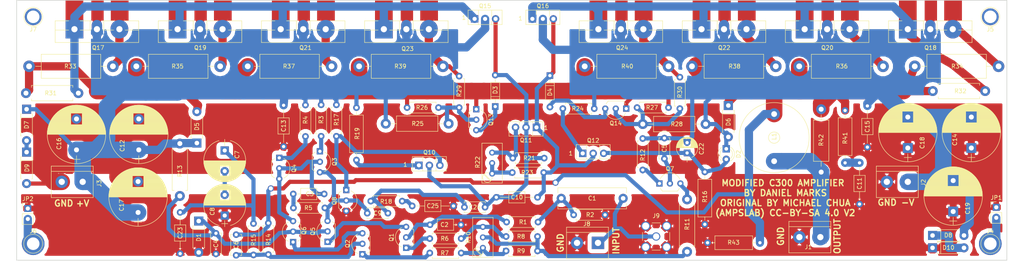
<source format=kicad_pcb>
(kicad_pcb (version 4) (host pcbnew 4.0.7)
  (layers (0 F.Cu signal) (31 B.Cu signal) (34 B.Paste user) (35 F.Paste user) (36 B.SilkS user) (37 F.SilkS user) (38 B.Mask user) (39 F.Mask user) (44 Edge.Cuts user))
  (net 0 "")
  (net 1 "Net-(C1-Pad1)")
  (net 2 INPUT)
  (net 3 GND)
  (net 4 "Net-(C2-Pad2)")
  (net 5 "Net-(C3-Pad1)")
  (net 6 "Net-(C3-Pad2)")
  (net 7 "Net-(C4-Pad2)")
  (net 8 -48V)
  (net 9 "Net-(C6-Pad1)")
  (net 10 OUTPUT)
  (net 11 "Net-(C7-Pad2)")
  (net 12 "Net-(C9-Pad1)")
  (net 13 "Net-(C10-Pad2)")
  (net 14 "Net-(C10-Pad1)")
  (net 15 +48V)
  (net 16 "Net-(D3-Pad1)")
  (net 17 "Net-(D4-Pad2)")
  (net 18 "Net-(Q1-Pad3)")
  (net 19 "Net-(Q1-Pad1)")
  (net 20 "Net-(Q2-Pad3)")
  (net 21 "Net-(Q2-Pad1)")
  (net 22 "Net-(Q7-Pad3)")
  (net 23 "Net-(Q7-Pad1)")
  (net 24 "Net-(Q10-Pad3)")
  (net 25 "Net-(Q10-Pad1)")
  (net 26 "Net-(Q13-Pad2)")
  (net 27 "Net-(Q14-Pad2)")
  (net 28 "Net-(Q17-Pad3)")
  (net 29 "Net-(Q18-Pad3)")
  (net 30 "Net-(Q19-Pad3)")
  (net 31 "Net-(Q20-Pad3)")
  (net 32 "Net-(Q21-Pad3)")
  (net 33 "Net-(Q22-Pad3)")
  (net 34 "Net-(Q23-Pad3)")
  (net 35 "Net-(Q24-Pad3)")
  (net 36 "Net-(R10-Pad3)")
  (net 37 "Net-(R10-Pad1)")
  (net 38 "Net-(R10-Pad2)")
  (net 39 "Net-(R22-Pad1)")
  (net 40 "Net-(C11-Pad2)")
  (net 41 "Net-(Q3-Pad1)")
  (net 42 "Net-(Q4-Pad1)")
  (net 43 "Net-(D7-Pad2)")
  (net 44 "Net-(D10-Pad2)")
  (net 45 "Net-(C22-Pad1)")
  (net 46 "Net-(C23-Pad2)")
  (net 47 "Net-(C6-Pad2)")
  (net 48 "Net-(Q11-Pad3)")
  (net 49 "Net-(Q12-Pad1)")
  (net 50 "Net-(Q15-Pad1)")
  (net 51 "Net-(Q16-Pad1)")
  (net 52 "Net-(C24-Pad1)")
  (net 53 "Net-(C25-Pad1)")
  (net 54 "Net-(J4-Pad1)")
  (net 55 "Net-(J6-Pad1)")
  (module Capacitors_THT:CP_Radial_D14.0mm_P7.50mm (layer F.Cu) (at 55.6 79.25 90)
    (fp_text reference C12 (at 1 -4 90) (layer F.SilkS))
    (fp_text value "100 uF")
    (pad 1 thru_hole rect (at 0 0 90) (size 2.4 2.4) (drill 1.2) (layers *.Cu *.Mask) (net 15 +48V))
    (pad 2 thru_hole circle (at 7.5 0 90) (size 2.4 2.4) (drill 1.2) (layers *.Cu *.Mask) (net 3 GND))
  )
  (module Connectors:SMA_THT_Jack_Straight (layer F.Cu) (at 181 100.25)
    (fp_text reference J9 (at 0 -5) (layer F.SilkS))
    (fp_text value Conn_Coaxial)
    (pad 2 thru_hole circle (at -2.54 2.54) (size 2.2 2.2) (drill 1.7) (layers *.Cu *.Mask) (net 3 GND))
    (pad 2 thru_hole circle (at -2.54 -2.54) (size 2.2 2.2) (drill 1.7) (layers *.Cu *.Mask) (net 3 GND))
    (pad 2 thru_hole circle (at 2.54 -2.54) (size 2.2 2.2) (drill 1.7) (layers *.Cu *.Mask) (net 3 GND))
    (pad 2 thru_hole circle (at 2.54 2.54) (size 2.2 2.2) (drill 1.7) (layers *.Cu *.Mask) (net 3 GND))
    (pad 1 thru_hole circle (at 0 0) (size 2 2) (drill 1.5) (layers *.Cu *.Mask) (net 2 INPUT))
  )
  (module Capacitors_THT:CP_Radial_D5.0mm_P2.50mm (layer F.Cu) (at 188.5 80 90)
    (fp_text reference C22 (at 1 3.5 90) (layer F.SilkS))
    (fp_text value "47 uF")
    (pad 1 thru_hole rect (at 0 0 90) (size 1.6 1.6) (drill 0.8) (layers *.Cu *.Mask) (net 45 "Net-(C22-Pad1)"))
    (pad 2 thru_hole circle (at 2.5 0 90) (size 1.6 1.6) (drill 0.8) (layers *.Cu *.Mask) (net 8 -48V))
  )
  (module TO_SOT_Packages_THT:TO-92_Inline_Wide (layer F.Cu) (at 120.4 103 90)
    (fp_text reference Q1 (at 2.54 -3.56 270) (layer F.SilkS))
    (fp_text value 2N5551)
    (pad 2 thru_hole circle (at 2.54 0 180) (size 1.52 1.52) (drill 0.8) (layers *.Cu *.Mask) (net 4 "Net-(C2-Pad2)"))
    (pad 3 thru_hole circle (at 5.08 0 180) (size 1.52 1.52) (drill 0.8) (layers *.Cu *.Mask) (net 18 "Net-(Q1-Pad3)"))
    (pad 1 thru_hole rect (at 0 0 180) (size 1.52 1.52) (drill 0.8) (layers *.Cu *.Mask) (net 19 "Net-(Q1-Pad1)"))
  )
  (module TO_SOT_Packages_THT:TO-92_Inline_Wide (layer F.Cu) (at 89.65 81.19 270)
    (fp_text reference Q4 (at 2.54 -3.56 450) (layer F.SilkS))
    (fp_text value 2N5401)
    (pad 2 thru_hole circle (at 2.54 0) (size 1.52 1.52) (drill 0.8) (layers *.Cu *.Mask) (net 6 "Net-(C3-Pad2)"))
    (pad 3 thru_hole circle (at 5.08 0) (size 1.52 1.52) (drill 0.8) (layers *.Cu *.Mask) (net 6 "Net-(C3-Pad2)"))
    (pad 1 thru_hole rect (at 0 0) (size 1.52 1.52) (drill 0.8) (layers *.Cu *.Mask) (net 42 "Net-(Q4-Pad1)"))
  )
  (module Resistors_THT:R_Axial_DIN0207_L6.3mm_D2.5mm_P7.62mm_Horizontal (layer F.Cu) (at 184 69 180)
    (fp_text reference R27 (at 4 0 180) (layer F.SilkS))
    (fp_text value 33R)
    (pad 1 thru_hole circle (at 0 0 180) (size 1.6 1.6) (drill 0.8) (layers *.Cu *.Mask) (net 47 "Net-(C6-Pad2)"))
    (pad 2 thru_hole oval (at 7.62 0 180) (size 1.6 1.6) (drill 0.8) (layers *.Cu *.Mask) (net 27 "Net-(Q14-Pad2)"))
  )
  (module Capacitors_THT:C_Axial_L3.8mm_D2.6mm_P7.50mm_Horizontal (layer F.Cu) (at 133.69 97.4 180)
    (fp_text reference C2 (at 4 0 180) (layer F.SilkS))
    (fp_text value "470 pF")
    (pad 1 thru_hole circle (at 0 0 180) (size 1.6 1.6) (drill 0.8) (layers *.Cu *.Mask) (net 3 GND))
    (pad 2 thru_hole oval (at 7.5 0 180) (size 1.6 1.6) (drill 0.8) (layers *.Cu *.Mask) (net 4 "Net-(C2-Pad2)"))
  )
  (module Capacitors_THT:C_Axial_L3.8mm_D2.6mm_P7.50mm_Horizontal (layer F.Cu) (at 93.04 89.94)
    (fp_text reference C3 (at 4 0) (layer F.SilkS))
    (fp_text value "150 pF")
    (pad 1 thru_hole circle (at 0 0) (size 1.6 1.6) (drill 0.8) (layers *.Cu *.Mask) (net 5 "Net-(C3-Pad1)"))
    (pad 2 thru_hole oval (at 7.5 0) (size 1.6 1.6) (drill 0.8) (layers *.Cu *.Mask) (net 6 "Net-(C3-Pad2)"))
  )
  (module Capacitors_THT:C_Disc_D5.0mm_W2.5mm_P5.00mm (layer F.Cu) (at 74.3 104.475 90)
    (fp_text reference C4 (at 2.5 0 90) (layer F.SilkS))
    (fp_text value "0.1 uF")
    (pad 1 thru_hole circle (at 0 0 90) (size 1.6 1.6) (drill 0.8) (layers *.Cu *.Mask) (net 3 GND))
    (pad 2 thru_hole circle (at 5 0 90) (size 1.6 1.6) (drill 0.8) (layers *.Cu *.Mask) (net 7 "Net-(C4-Pad2)"))
  )
  (module Capacitors_THT:C_Disc_D5.0mm_W2.5mm_P5.00mm (layer F.Cu) (at 183 76.4 270)
    (fp_text reference C5 (at 2.5 0 270) (layer F.SilkS))
    (fp_text value "0.1 uF")
    (pad 1 thru_hole circle (at 0 0 270) (size 1.6 1.6) (drill 0.8) (layers *.Cu *.Mask) (net 8 -48V))
    (pad 2 thru_hole circle (at 5 0 270) (size 1.6 1.6) (drill 0.8) (layers *.Cu *.Mask) (net 45 "Net-(C22-Pad1)"))
  )
  (module Capacitors_THT:C_Disc_D5.0mm_W2.5mm_P5.00mm (layer F.Cu) (at 79.2 104.8 90)
    (fp_text reference C6 (at 2.5 0 90) (layer F.SilkS))
    (fp_text value NC)
    (pad 1 thru_hole circle (at 0 0 90) (size 1.6 1.6) (drill 0.8) (layers *.Cu *.Mask) (net 9 "Net-(C6-Pad1)"))
    (pad 2 thru_hole circle (at 5 0 90) (size 1.6 1.6) (drill 0.8) (layers *.Cu *.Mask) (net 47 "Net-(C6-Pad2)"))
  )
  (module Capacitors_THT:CP_Radial_D10.0mm_P5.00mm (layer F.Cu) (at 76.425 79.4 270)
    (fp_text reference C7 (at 1 -3 270) (layer F.SilkS))
    (fp_text value "1000 uF")
    (pad 1 thru_hole rect (at 0 0 270) (size 2 2) (drill 1) (layers *.Cu *.Mask) (net 46 "Net-(C23-Pad2)"))
    (pad 2 thru_hole circle (at 5 0 270) (size 2 2) (drill 1) (layers *.Cu *.Mask) (net 11 "Net-(C7-Pad2)"))
  )
  (module Capacitors_THT:CP_Radial_D10.0mm_P5.00mm (layer F.Cu) (at 76.425 95.175 90)
    (fp_text reference C8 (at 1 -3 90) (layer F.SilkS))
    (fp_text value "1000 uF")
    (pad 1 thru_hole rect (at 0 0 90) (size 2 2) (drill 1) (layers *.Cu *.Mask) (net 3 GND))
    (pad 2 thru_hole circle (at 5 0 90) (size 2 2) (drill 1) (layers *.Cu *.Mask) (net 11 "Net-(C7-Pad2)"))
  )
  (module Capacitors_THT:C_Disc_D5.0mm_W2.5mm_P5.00mm (layer F.Cu) (at 110.98 94.6)
    (fp_text reference C9 (at 2.5 0) (layer F.SilkS))
    (fp_text value "150 pF")
    (pad 1 thru_hole circle (at 0 0) (size 1.6 1.6) (drill 0.8) (layers *.Cu *.Mask) (net 12 "Net-(C9-Pad1)"))
    (pad 2 thru_hole circle (at 5 0) (size 1.6 1.6) (drill 0.8) (layers *.Cu *.Mask) (net 52 "Net-(C24-Pad1)"))
  )
  (module Capacitors_THT:C_Axial_L3.8mm_D2.6mm_P10.00mm_Horizontal (layer F.Cu) (at 152.25 90.75 180)
    (fp_text reference C10 (at 5 0 180) (layer F.SilkS))
    (fp_text value "0.1 uF")
    (pad 1 thru_hole circle (at 0 0 180) (size 1.6 1.6) (drill 0.8) (layers *.Cu *.Mask) (net 14 "Net-(C10-Pad1)"))
    (pad 2 thru_hole oval (at 10 0 180) (size 1.6 1.6) (drill 0.8) (layers *.Cu *.Mask) (net 13 "Net-(C10-Pad2)"))
  )
  (module Capacitors_THT:C_Axial_L3.8mm_D2.6mm_P10.00mm_Horizontal (layer F.Cu) (at 230.3 92.4 90)
    (fp_text reference C11 (at 5 0 90) (layer F.SilkS))
    (fp_text value "0.1 uF")
    (pad 1 thru_hole circle (at 0 0 90) (size 1.6 1.6) (drill 0.8) (layers *.Cu *.Mask) (net 3 GND))
    (pad 2 thru_hole oval (at 10 0 90) (size 1.6 1.6) (drill 0.8) (layers *.Cu *.Mask) (net 40 "Net-(C11-Pad2)"))
  )
  (module Capacitors_THT:C_Axial_L3.8mm_D2.6mm_P10.00mm_Horizontal (layer F.Cu) (at 90.7 68.45 270)
    (fp_text reference C13 (at 5 0 270) (layer F.SilkS))
    (fp_text value "0.1 uF")
    (pad 1 thru_hole circle (at 0 0 270) (size 1.6 1.6) (drill 0.8) (layers *.Cu *.Mask) (net 15 +48V))
    (pad 2 thru_hole oval (at 10 0 270) (size 1.6 1.6) (drill 0.8) (layers *.Cu *.Mask) (net 3 GND))
  )
  (module Capacitors_THT:CP_Radial_D14.0mm_P7.50mm (layer F.Cu) (at 257.4 78.8 90)
    (fp_text reference C14 (at 2 -4 90) (layer F.SilkS))
    (fp_text value "100 uF")
    (pad 1 thru_hole rect (at 0 0 90) (size 2.4 2.4) (drill 1.2) (layers *.Cu *.Mask) (net 3 GND))
    (pad 2 thru_hole circle (at 7.5 0 90) (size 2.4 2.4) (drill 1.2) (layers *.Cu *.Mask) (net 8 -48V))
  )
  (module Capacitors_THT:C_Axial_L3.8mm_D2.6mm_P10.00mm_Horizontal (layer F.Cu) (at 232.2 68.6 270)
    (fp_text reference C15 (at 5 0 270) (layer F.SilkS))
    (fp_text value "0.1 uF")
    (pad 1 thru_hole circle (at 0 0 270) (size 1.6 1.6) (drill 0.8) (layers *.Cu *.Mask) (net 8 -48V))
    (pad 2 thru_hole oval (at 10 0 270) (size 1.6 1.6) (drill 0.8) (layers *.Cu *.Mask) (net 3 GND))
  )
  (module Diodes_THT:D_DO-41_SOD81_P7.62mm_Horizontal (layer F.Cu) (at 70.125 96.5 270)
    (fp_text reference D1 (at 4 0 270) (layer F.SilkS))
    (fp_text value 1N4752A)
    (pad 1 thru_hole rect (at 0 0 270) (size 2.2 2.2) (drill 1.1) (layers *.Cu *.Mask) (net 7 "Net-(C4-Pad2)"))
    (pad 2 thru_hole oval (at 7.62 0 270) (size 2.2 2.2) (drill 1.1) (layers *.Cu *.Mask) (net 3 GND))
  )
  (module LEDs:LED_D3.0mm (layer F.Cu) (at 198 79 270)
    (fp_text reference D2 (at 1.27 -2.96 270) (layer F.SilkS))
    (fp_text value "RED LED")
    (pad 1 thru_hole rect (at 0 0 270) (size 1.8 1.8) (drill 0.9) (layers *.Cu *.Mask) (net 8 -48V))
    (pad 2 thru_hole circle (at 2.54 0 270) (size 1.8 1.8) (drill 0.9) (layers *.Cu *.Mask) (net 45 "Net-(C22-Pad1)"))
  )
  (module Diodes_THT:D_DO-35_SOD27_P7.62mm_Horizontal (layer F.Cu) (at 142 68.75 90)
    (fp_text reference D3 (at 4 0 90) (layer F.SilkS))
    (fp_text value 1N4148)
    (pad 1 thru_hole rect (at 0 0 90) (size 1.6 1.6) (drill 0.8) (layers *.Cu *.Mask) (net 16 "Net-(D3-Pad1)"))
    (pad 2 thru_hole oval (at 7.62 0 90) (size 1.6 1.6) (drill 0.8) (layers *.Cu *.Mask) (net 13 "Net-(C10-Pad2)"))
  )
  (module Diodes_THT:D_DO-35_SOD27_P7.62mm_Horizontal (layer F.Cu) (at 155.25 61.25 270)
    (fp_text reference D4 (at 4 0 270) (layer F.SilkS))
    (fp_text value 1N4148)
    (pad 1 thru_hole rect (at 0 0 270) (size 1.6 1.6) (drill 0.8) (layers *.Cu *.Mask) (net 14 "Net-(C10-Pad1)"))
    (pad 2 thru_hole oval (at 7.62 0 270) (size 1.6 1.6) (drill 0.8) (layers *.Cu *.Mask) (net 17 "Net-(D4-Pad2)"))
  )
  (module Diodes_THT:D_DO-41_SOD81_P7.62mm_Horizontal (layer F.Cu) (at 69.675 77.6 90)
    (fp_text reference D5 (at 4 0 90) (layer F.SilkS))
    (fp_text value 1N4007)
    (pad 1 thru_hole rect (at 0 0 90) (size 2.2 2.2) (drill 1.1) (layers *.Cu *.Mask) (net 15 +48V))
    (pad 2 thru_hole oval (at 7.62 0 90) (size 2.2 2.2) (drill 1.1) (layers *.Cu *.Mask) (net 47 "Net-(C6-Pad2)"))
  )
  (module Diodes_THT:D_DO-41_SOD81_P7.62mm_Horizontal (layer F.Cu) (at 198.5 68.5 270)
    (fp_text reference D6 (at 4 0 270) (layer F.SilkS))
    (fp_text value 1N4007)
    (pad 1 thru_hole rect (at 0 0 270) (size 2.2 2.2) (drill 1.1) (layers *.Cu *.Mask) (net 47 "Net-(C6-Pad2)"))
    (pad 2 thru_hole oval (at 7.62 0 270) (size 2.2 2.2) (drill 1.1) (layers *.Cu *.Mask) (net 8 -48V))
  )
  (module Resistors_THT:R_Axial_DIN0207_L6.3mm_D2.5mm_P7.62mm_Horizontal (layer F.Cu) (at 144.75 96.75)
    (fp_text reference R1 (at 4 0) (layer F.SilkS))
    (fp_text value 1k)
    (pad 1 thru_hole circle (at 0 0) (size 1.6 1.6) (drill 0.8) (layers *.Cu *.Mask) (net 4 "Net-(C2-Pad2)"))
    (pad 2 thru_hole oval (at 7.62 0) (size 1.6 1.6) (drill 0.8) (layers *.Cu *.Mask) (net 1 "Net-(C1-Pad1)"))
  )
  (module Resistors_THT:R_Axial_DIN0207_L6.3mm_D2.5mm_P7.62mm_Horizontal (layer F.Cu) (at 161 95)
    (fp_text reference R2 (at 4 0) (layer F.SilkS))
    (fp_text value 10k)
    (pad 1 thru_hole circle (at 0 0) (size 1.6 1.6) (drill 0.8) (layers *.Cu *.Mask) (net 1 "Net-(C1-Pad1)"))
    (pad 2 thru_hole oval (at 7.62 0) (size 1.6 1.6) (drill 0.8) (layers *.Cu *.Mask) (net 3 GND))
  )
  (module Resistors_THT:R_Axial_DIN0207_L6.3mm_D2.5mm_P7.62mm_Horizontal (layer F.Cu) (at 99.8 75.95 90)
    (fp_text reference R3 (at 4 0 90) (layer F.SilkS))
    (fp_text value 180R)
    (pad 1 thru_hole circle (at 0 0 90) (size 1.6 1.6) (drill 0.8) (layers *.Cu *.Mask) (net 41 "Net-(Q3-Pad1)"))
    (pad 2 thru_hole oval (at 7.62 0 90) (size 1.6 1.6) (drill 0.8) (layers *.Cu *.Mask) (net 15 +48V))
  )
  (module Resistors_THT:R_Axial_DIN0207_L6.3mm_D2.5mm_P7.62mm_Horizontal (layer F.Cu) (at 96 76 90)
    (fp_text reference R4 (at 4 0 90) (layer F.SilkS))
    (fp_text value 180R)
    (pad 1 thru_hole circle (at 0 0 90) (size 1.6 1.6) (drill 0.8) (layers *.Cu *.Mask) (net 42 "Net-(Q4-Pad1)"))
    (pad 2 thru_hole oval (at 7.62 0 90) (size 1.6 1.6) (drill 0.8) (layers *.Cu *.Mask) (net 15 +48V))
  )
  (module Resistors_THT:R_Axial_DIN0207_L6.3mm_D2.5mm_P7.62mm_Horizontal (layer F.Cu) (at 100.7 93.32 180)
    (fp_text reference R5 (at 4 0 180) (layer F.SilkS))
    (fp_text value 620R)
    (pad 1 thru_hole circle (at 0 0 180) (size 1.6 1.6) (drill 0.8) (layers *.Cu *.Mask) (net 12 "Net-(C9-Pad1)"))
    (pad 2 thru_hole oval (at 7.62 0 180) (size 1.6 1.6) (drill 0.8) (layers *.Cu *.Mask) (net 5 "Net-(C3-Pad1)"))
  )
  (module Resistors_THT:R_Axial_DIN0207_L6.3mm_D2.5mm_P7.62mm_Horizontal (layer F.Cu) (at 133.75 100.75 180)
    (fp_text reference R6 (at 4 0 180) (layer F.SilkS))
    (fp_text value 100R)
    (pad 1 thru_hole circle (at 0 0 180) (size 1.6 1.6) (drill 0.8) (layers *.Cu *.Mask) (net 36 "Net-(R10-Pad3)"))
    (pad 2 thru_hole oval (at 7.62 0 180) (size 1.6 1.6) (drill 0.8) (layers *.Cu *.Mask) (net 19 "Net-(Q1-Pad1)"))
  )
  (module Resistors_THT:R_Axial_DIN0207_L6.3mm_D2.5mm_P7.62mm_Horizontal (layer F.Cu) (at 133.75 104.25 180)
    (fp_text reference R7 (at 4 0 180) (layer F.SilkS))
    (fp_text value 100R)
    (pad 1 thru_hole circle (at 0 0 180) (size 1.6 1.6) (drill 0.8) (layers *.Cu *.Mask) (net 37 "Net-(R10-Pad1)"))
    (pad 2 thru_hole oval (at 7.62 0 180) (size 1.6 1.6) (drill 0.8) (layers *.Cu *.Mask) (net 21 "Net-(Q2-Pad1)"))
  )
  (module Resistors_THT:R_Axial_DIN0207_L6.3mm_D2.5mm_P7.62mm_Horizontal (layer F.Cu) (at 152.25 100.25 180)
    (fp_text reference R8 (at 4 0 180) (layer F.SilkS))
    (fp_text value 56R)
    (pad 1 thru_hole circle (at 0 0 180) (size 1.6 1.6) (drill 0.8) (layers *.Cu *.Mask) (net 38 "Net-(R10-Pad2)"))
    (pad 2 thru_hole oval (at 7.62 0 180) (size 1.6 1.6) (drill 0.8) (layers *.Cu *.Mask) (net 36 "Net-(R10-Pad3)"))
  )
  (module Resistors_THT:R_Axial_DIN0207_L6.3mm_D2.5mm_P7.62mm_Horizontal (layer F.Cu) (at 152.25 103.75 180)
    (fp_text reference R9 (at 4 0 180) (layer F.SilkS))
    (fp_text value 56R)
    (pad 1 thru_hole circle (at 0 0 180) (size 1.6 1.6) (drill 0.8) (layers *.Cu *.Mask) (net 38 "Net-(R10-Pad2)"))
    (pad 2 thru_hole oval (at 7.62 0 180) (size 1.6 1.6) (drill 0.8) (layers *.Cu *.Mask) (net 37 "Net-(R10-Pad1)"))
  )
  (module Potentiometers:Potentiometer_Trimmer_Bourns_3296W (layer F.Cu) (at 139 103 270)
    (fp_text reference R10 (at -2.5 3.5 270) (layer F.SilkS))
    (fp_text value 100R)
    (pad 1 thru_hole circle (at 0 0 270) (size 1.44 1.44) (drill 0.8) (layers *.Cu *.Mask) (net 37 "Net-(R10-Pad1)"))
    (pad 2 thru_hole circle (at -2.54 0 270) (size 1.44 1.44) (drill 0.8) (layers *.Cu *.Mask) (net 38 "Net-(R10-Pad2)"))
    (pad 3 thru_hole circle (at -5.08 0 270) (size 1.44 1.44) (drill 0.8) (layers *.Cu *.Mask) (net 36 "Net-(R10-Pad3)"))
  )
  (module Resistors_THT:R_Axial_DIN0411_L9.9mm_D3.6mm_P12.70mm_Horizontal (layer F.Cu) (at 188.5 91.25 270)
    (fp_text reference R11 (at 6 0 270) (layer F.SilkS))
    (fp_text value 6k8)
    (pad 1 thru_hole circle (at 0 0 270) (size 2.4 2.4) (drill 1.2) (layers *.Cu *.Mask) (net 22 "Net-(Q7-Pad3)"))
    (pad 2 thru_hole oval (at 12.7 0 270) (size 2.4 2.4) (drill 1.2) (layers *.Cu *.Mask) (net 38 "Net-(R10-Pad2)"))
  )
  (module Resistors_THT:R_Axial_DIN0207_L6.3mm_D2.5mm_P7.62mm_Horizontal (layer F.Cu) (at 177.75 76.5 270)
    (fp_text reference R12 (at 4 0 270) (layer F.SilkS))
    (fp_text value 200R)
    (pad 1 thru_hole circle (at 0 0 270) (size 1.6 1.6) (drill 0.8) (layers *.Cu *.Mask) (net 8 -48V))
    (pad 2 thru_hole oval (at 7.62 0 270) (size 1.6 1.6) (drill 0.8) (layers *.Cu *.Mask) (net 23 "Net-(Q7-Pad1)"))
  )
  (module Resistors_THT:R_Axial_DIN0411_L9.9mm_D3.6mm_P12.70mm_Horizontal (layer F.Cu) (at 65.55 90.425 90)
    (fp_text reference R13 (at 6 0 90) (layer F.SilkS))
    (fp_text value 5k6)
    (pad 1 thru_hole circle (at 0 0 90) (size 2.4 2.4) (drill 1.2) (layers *.Cu *.Mask) (net 7 "Net-(C4-Pad2)"))
    (pad 2 thru_hole oval (at 12.7 0 90) (size 2.4 2.4) (drill 1.2) (layers *.Cu *.Mask) (net 15 +48V))
  )
  (module Resistors_THT:R_Axial_DIN0207_L6.3mm_D2.5mm_P7.62mm_Horizontal (layer F.Cu) (at 87 97 270)
    (fp_text reference R14 (at 4 0 270) (layer F.SilkS))
    (fp_text value 10k)
    (pad 1 thru_hole circle (at 0 0 270) (size 1.6 1.6) (drill 0.8) (layers *.Cu *.Mask) (net 47 "Net-(C6-Pad2)"))
    (pad 2 thru_hole oval (at 7.62 0 270) (size 1.6 1.6) (drill 0.8) (layers *.Cu *.Mask) (net 9 "Net-(C6-Pad1)"))
  )
  (module Resistors_THT:R_Axial_DIN0207_L6.3mm_D2.5mm_P7.62mm_Horizontal (layer F.Cu) (at 83.4 97.1 270)
    (fp_text reference R15 (at 4 0 270) (layer F.SilkS))
    (fp_text value 330R)
    (pad 1 thru_hole circle (at 0 0 270) (size 1.6 1.6) (drill 0.8) (layers *.Cu *.Mask) (net 46 "Net-(C23-Pad2)"))
    (pad 2 thru_hole oval (at 7.62 0 270) (size 1.6 1.6) (drill 0.8) (layers *.Cu *.Mask) (net 9 "Net-(C6-Pad1)"))
  )
  (module Resistors_THT:R_Axial_DIN0309_L9.0mm_D3.2mm_P12.70mm_Horizontal (layer F.Cu) (at 192.8 84.6 270)
    (fp_text reference R16 (at 6 0 270) (layer F.SilkS))
    (fp_text value 6k8)
    (pad 1 thru_hole circle (at 0 0 270) (size 1.6 1.6) (drill 0.8) (layers *.Cu *.Mask) (net 45 "Net-(C22-Pad1)"))
    (pad 2 thru_hole oval (at 12.7 0 270) (size 1.6 1.6) (drill 0.8) (layers *.Cu *.Mask) (net 3 GND))
  )
  (module Resistors_THT:R_Axial_DIN0207_L6.3mm_D2.5mm_P7.62mm_Horizontal (layer F.Cu) (at 103.5 75.95 90)
    (fp_text reference R17 (at 4 0 90) (layer F.SilkS))
    (fp_text value 1k)
    (pad 1 thru_hole circle (at 0 0 90) (size 1.6 1.6) (drill 0.8) (layers *.Cu *.Mask) (net 24 "Net-(Q10-Pad3)"))
    (pad 2 thru_hole oval (at 7.62 0 90) (size 1.6 1.6) (drill 0.8) (layers *.Cu *.Mask) (net 15 +48V))
  )
  (module Resistors_THT:R_Axial_DIN0207_L6.3mm_D2.5mm_P7.62mm_Horizontal (layer F.Cu) (at 146.25 81.25)
    (fp_text reference R21 (at 4 0) (layer F.SilkS))
    (fp_text value 390R)
    (pad 1 thru_hole circle (at 0 0) (size 1.6 1.6) (drill 0.8) (layers *.Cu *.Mask) (net 48 "Net-(Q11-Pad3)"))
    (pad 2 thru_hole oval (at 7.62 0) (size 1.6 1.6) (drill 0.8) (layers *.Cu *.Mask) (net 13 "Net-(C10-Pad2)"))
  )
  (module Potentiometers:Potentiometer_Trimmer_Bourns_3296W (layer F.Cu) (at 141.25 85 270)
    (fp_text reference R22 (at -2.75 3.5 270) (layer F.SilkS))
    (fp_text value 200R)
    (pad 1 thru_hole circle (at 0 0 270) (size 1.44 1.44) (drill 0.8) (layers *.Cu *.Mask) (net 39 "Net-(R22-Pad1)"))
    (pad 2 thru_hole circle (at -2.54 0 270) (size 1.44 1.44) (drill 0.8) (layers *.Cu *.Mask) (net 39 "Net-(R22-Pad1)"))
    (pad 3 thru_hole circle (at -5.08 0 270) (size 1.44 1.44) (drill 0.8) (layers *.Cu *.Mask) (net 48 "Net-(Q11-Pad3)"))
  )
  (module Resistors_THT:R_Axial_DIN0207_L6.3mm_D2.5mm_P7.62mm_Horizontal (layer F.Cu) (at 153.75 84.75 180)
    (fp_text reference R23 (at 4 0 180) (layer F.SilkS))
    (fp_text value 100R)
    (pad 1 thru_hole circle (at 0 0 180) (size 1.6 1.6) (drill 0.8) (layers *.Cu *.Mask) (net 14 "Net-(C10-Pad1)"))
    (pad 2 thru_hole oval (at 7.62 0 180) (size 1.6 1.6) (drill 0.8) (layers *.Cu *.Mask) (net 39 "Net-(R22-Pad1)"))
  )
  (module Resistors_THT:R_Axial_DIN0207_L6.3mm_D2.5mm_P7.62mm_Horizontal (layer F.Cu) (at 166 69.25 180)
    (fp_text reference R24 (at 4 0 180) (layer F.SilkS))
    (fp_text value 56R)
    (pad 1 thru_hole circle (at 0 0 180) (size 1.6 1.6) (drill 0.8) (layers *.Cu *.Mask) (net 8 -48V))
    (pad 2 thru_hole oval (at 7.62 0 180) (size 1.6 1.6) (drill 0.8) (layers *.Cu *.Mask) (net 49 "Net-(Q12-Pad1)"))
  )
  (module Resistors_THT:R_Axial_DIN0207_L6.3mm_D2.5mm_P7.62mm_Horizontal (layer F.Cu) (at 128.25 69 180)
    (fp_text reference R26 (at 4 0 180) (layer F.SilkS))
    (fp_text value 33R)
    (pad 1 thru_hole circle (at 0 0 180) (size 1.6 1.6) (drill 0.8) (layers *.Cu *.Mask) (net 26 "Net-(Q13-Pad2)"))
    (pad 2 thru_hole oval (at 7.62 0 180) (size 1.6 1.6) (drill 0.8) (layers *.Cu *.Mask) (net 47 "Net-(C6-Pad2)"))
  )
  (module Resistors_THT:R_Axial_DIN0411_L9.9mm_D3.6mm_P15.24mm_Horizontal (layer F.Cu) (at 193 73 180)
    (fp_text reference R28 (at 7 0 180) (layer F.SilkS))
    (fp_text value 3k3)
    (pad 1 thru_hole circle (at 0 0 180) (size 2.4 2.4) (drill 1.2) (layers *.Cu *.Mask) (net 8 -48V))
    (pad 2 thru_hole oval (at 15.24 0 180) (size 2.4 2.4) (drill 1.2) (layers *.Cu *.Mask) (net 27 "Net-(Q14-Pad2)"))
  )
  (module Resistors_THT:R_Axial_DIN0207_L6.3mm_D2.5mm_P7.62mm_Horizontal (layer F.Cu) (at 133.25 69 90)
    (fp_text reference R29 (at 4 0 90) (layer F.SilkS))
    (fp_text value 120R)
    (pad 1 thru_hole circle (at 0 0 90) (size 1.6 1.6) (drill 0.8) (layers *.Cu *.Mask) (net 26 "Net-(Q13-Pad2)"))
    (pad 2 thru_hole oval (at 7.62 0 90) (size 1.6 1.6) (drill 0.8) (layers *.Cu *.Mask) (net 34 "Net-(Q23-Pad3)"))
  )
  (module Resistors_THT:R_Axial_DIN0207_L6.3mm_D2.5mm_P7.62mm_Horizontal (layer F.Cu) (at 186.75 69.25 90)
    (fp_text reference R30 (at 4 0 90) (layer F.SilkS))
    (fp_text value 120R)
    (pad 1 thru_hole circle (at 0 0 90) (size 1.6 1.6) (drill 0.8) (layers *.Cu *.Mask) (net 27 "Net-(Q14-Pad2)"))
    (pad 2 thru_hole oval (at 7.62 0 90) (size 1.6 1.6) (drill 0.8) (layers *.Cu *.Mask) (net 35 "Net-(Q24-Pad3)"))
  )
  (module Resistors_THT:R_Axial_DIN0411_L9.9mm_D3.6mm_P12.70mm_Horizontal (layer F.Cu) (at 28.25 65.5)
    (fp_text reference R31 (at 6 0) (layer F.SilkS))
    (fp_text value 33R)
    (pad 1 thru_hole circle (at 0 0) (size 2.4 2.4) (drill 1.2) (layers *.Cu *.Mask) (net 47 "Net-(C6-Pad2)"))
    (pad 2 thru_hole oval (at 12.7 0) (size 2.4 2.4) (drill 1.2) (layers *.Cu *.Mask) (net 50 "Net-(Q15-Pad1)"))
  )
  (module Resistors_THT:R_Axial_DIN0411_L9.9mm_D3.6mm_P12.70mm_Horizontal (layer F.Cu) (at 260.75 65 180)
    (fp_text reference R32 (at 6 0 180) (layer F.SilkS))
    (fp_text value 33R)
    (pad 1 thru_hole circle (at 0 0 180) (size 2.4 2.4) (drill 1.2) (layers *.Cu *.Mask) (net 51 "Net-(Q16-Pad1)"))
    (pad 2 thru_hole oval (at 12.7 0 180) (size 2.4 2.4) (drill 1.2) (layers *.Cu *.Mask) (net 47 "Net-(C6-Pad2)"))
  )
  (module Resistors_THT:R_Axial_DIN0309_L9.0mm_D3.2mm_P12.70mm_Horizontal (layer F.Cu) (at 226.8 82.4 90)
    (fp_text reference R41 (at 6 0 90) (layer F.SilkS))
    (fp_text value 4R7)
    (pad 1 thru_hole circle (at 0 0 90) (size 1.6 1.6) (drill 0.8) (layers *.Cu *.Mask) (net 40 "Net-(C11-Pad2)"))
    (pad 2 thru_hole oval (at 12.7 0 90) (size 1.6 1.6) (drill 0.8) (layers *.Cu *.Mask) (net 47 "Net-(C6-Pad2)"))
  )
  (module poweramp:TO-264_Vertical_w_pads (layer F.Cu) (at 40 50)
    (fp_text reference Q17 (at 5.75 4.5) (layer F.SilkS))
    (fp_text value MJL3281A)
    (pad 3 smd rect (at 10.968 -4.572) (size 4.3 5) (layers F.Cu F.Paste F.Mask) (net 28 "Net-(Q17-Pad3)"))
    (pad 2 smd rect (at 5.588 -4.572) (size 3 5) (layers F.Cu F.Paste F.Mask) (net 15 +48V))
    (pad 1 thru_hole rect (at 0 0) (size 4.3 4.5) (drill 1.5) (layers *.Cu *.Mask) (net 50 "Net-(Q15-Pad1)"))
    (pad 2 thru_hole oval (at 5.45 0) (size 2.5 4.5) (drill 1.5) (layers *.Cu *.Mask) (net 15 +48V))
    (pad 3 thru_hole oval (at 10.9 0) (size 4.3 4.5) (drill 1.5) (layers *.Cu *.Mask) (net 28 "Net-(Q17-Pad3)"))
    (pad 1 smd rect (at 0 -4.572) (size 4.3 5) (layers F.Cu F.Paste F.Mask) (net 50 "Net-(Q15-Pad1)"))
  )
  (module poweramp:TO-264_Vertical_w_pads (layer F.Cu) (at 242 50)
    (fp_text reference Q18 (at 5.5 4.5) (layer F.SilkS))
    (fp_text value MJL1302A)
    (pad 3 smd rect (at 10.968 -4.572) (size 4.3 5) (layers F.Cu F.Paste F.Mask) (net 29 "Net-(Q18-Pad3)"))
    (pad 2 smd rect (at 5.588 -4.572) (size 3 5) (layers F.Cu F.Paste F.Mask) (net 8 -48V))
    (pad 1 thru_hole rect (at 0 0) (size 4.3 4.5) (drill 1.5) (layers *.Cu *.Mask) (net 51 "Net-(Q16-Pad1)"))
    (pad 2 thru_hole oval (at 5.45 0) (size 2.5 4.5) (drill 1.5) (layers *.Cu *.Mask) (net 8 -48V))
    (pad 3 thru_hole oval (at 10.9 0) (size 4.3 4.5) (drill 1.5) (layers *.Cu *.Mask) (net 29 "Net-(Q18-Pad3)"))
    (pad 1 smd rect (at 0 -4.572) (size 4.3 5) (layers F.Cu F.Paste F.Mask) (net 51 "Net-(Q16-Pad1)"))
  )
  (module poweramp:TO-264_Vertical_w_pads (layer F.Cu) (at 65 50)
    (fp_text reference Q19 (at 5.5 4.5) (layer F.SilkS))
    (fp_text value MJL3281A)
    (pad 3 smd rect (at 10.968 -4.572) (size 4.3 5) (layers F.Cu F.Paste F.Mask) (net 30 "Net-(Q19-Pad3)"))
    (pad 2 smd rect (at 5.588 -4.572) (size 3 5) (layers F.Cu F.Paste F.Mask) (net 15 +48V))
    (pad 1 thru_hole rect (at 0 0) (size 4.3 4.5) (drill 1.5) (layers *.Cu *.Mask) (net 50 "Net-(Q15-Pad1)"))
    (pad 2 thru_hole oval (at 5.45 0) (size 2.5 4.5) (drill 1.5) (layers *.Cu *.Mask) (net 15 +48V))
    (pad 3 thru_hole oval (at 10.9 0) (size 4.3 4.5) (drill 1.5) (layers *.Cu *.Mask) (net 30 "Net-(Q19-Pad3)"))
    (pad 1 smd rect (at 0 -4.572) (size 4.3 5) (layers F.Cu F.Paste F.Mask) (net 50 "Net-(Q15-Pad1)"))
  )
  (module poweramp:TO-264_Vertical_w_pads (layer F.Cu) (at 217 50)
    (fp_text reference Q20 (at 5.5 4.5) (layer F.SilkS))
    (fp_text value MJL1302A)
    (pad 3 smd rect (at 10.968 -4.572) (size 4.3 5) (layers F.Cu F.Paste F.Mask) (net 31 "Net-(Q20-Pad3)"))
    (pad 2 smd rect (at 5.588 -4.572) (size 3 5) (layers F.Cu F.Paste F.Mask) (net 8 -48V))
    (pad 1 thru_hole rect (at 0 0) (size 4.3 4.5) (drill 1.5) (layers *.Cu *.Mask) (net 51 "Net-(Q16-Pad1)"))
    (pad 2 thru_hole oval (at 5.45 0) (size 2.5 4.5) (drill 1.5) (layers *.Cu *.Mask) (net 8 -48V))
    (pad 3 thru_hole oval (at 10.9 0) (size 4.3 4.5) (drill 1.5) (layers *.Cu *.Mask) (net 31 "Net-(Q20-Pad3)"))
    (pad 1 smd rect (at 0 -4.572) (size 4.3 5) (layers F.Cu F.Paste F.Mask) (net 51 "Net-(Q16-Pad1)"))
  )
  (module poweramp:TO-264_Vertical_w_pads (layer F.Cu) (at 90 50)
    (fp_text reference Q21 (at 6 4.5) (layer F.SilkS))
    (fp_text value MJL3281A)
    (pad 3 smd rect (at 10.968 -4.572) (size 4.3 5) (layers F.Cu F.Paste F.Mask) (net 32 "Net-(Q21-Pad3)"))
    (pad 2 smd rect (at 5.588 -4.572) (size 3 5) (layers F.Cu F.Paste F.Mask) (net 15 +48V))
    (pad 1 thru_hole rect (at 0 0) (size 4.3 4.5) (drill 1.5) (layers *.Cu *.Mask) (net 50 "Net-(Q15-Pad1)"))
    (pad 2 thru_hole oval (at 5.45 0) (size 2.5 4.5) (drill 1.5) (layers *.Cu *.Mask) (net 15 +48V))
    (pad 3 thru_hole oval (at 10.9 0) (size 4.3 4.5) (drill 1.5) (layers *.Cu *.Mask) (net 32 "Net-(Q21-Pad3)"))
    (pad 1 smd rect (at 0 -4.572) (size 4.3 5) (layers F.Cu F.Paste F.Mask) (net 50 "Net-(Q15-Pad1)"))
  )
  (module poweramp:TO-264_Vertical_w_pads (layer F.Cu) (at 192 50)
    (fp_text reference Q22 (at 5.5 4.5) (layer F.SilkS))
    (fp_text value MJL1302A)
    (pad 3 smd rect (at 10.968 -4.572) (size 4.3 5) (layers F.Cu F.Paste F.Mask) (net 33 "Net-(Q22-Pad3)"))
    (pad 2 smd rect (at 5.588 -4.572) (size 3 5) (layers F.Cu F.Paste F.Mask) (net 8 -48V))
    (pad 1 thru_hole rect (at 0 0) (size 4.3 4.5) (drill 1.5) (layers *.Cu *.Mask) (net 51 "Net-(Q16-Pad1)"))
    (pad 2 thru_hole oval (at 5.45 0) (size 2.5 4.5) (drill 1.5) (layers *.Cu *.Mask) (net 8 -48V))
    (pad 3 thru_hole oval (at 10.9 0) (size 4.3 4.5) (drill 1.5) (layers *.Cu *.Mask) (net 33 "Net-(Q22-Pad3)"))
    (pad 1 smd rect (at 0 -4.572) (size 4.3 5) (layers F.Cu F.Paste F.Mask) (net 51 "Net-(Q16-Pad1)"))
  )
  (module poweramp:TO-264_Vertical_w_pads (layer F.Cu) (at 115 50)
    (fp_text reference Q23 (at 5.75 4.75) (layer F.SilkS))
    (fp_text value MJL3281A)
    (pad 3 smd rect (at 10.968 -4.572) (size 4.3 5) (layers F.Cu F.Paste F.Mask) (net 34 "Net-(Q23-Pad3)"))
    (pad 2 smd rect (at 5.588 -4.572) (size 3 5) (layers F.Cu F.Paste F.Mask) (net 15 +48V))
    (pad 1 thru_hole rect (at 0 0) (size 4.3 4.5) (drill 1.5) (layers *.Cu *.Mask) (net 50 "Net-(Q15-Pad1)"))
    (pad 2 thru_hole oval (at 5.45 0) (size 2.5 4.5) (drill 1.5) (layers *.Cu *.Mask) (net 15 +48V))
    (pad 3 thru_hole oval (at 10.9 0) (size 4.3 4.5) (drill 1.5) (layers *.Cu *.Mask) (net 34 "Net-(Q23-Pad3)"))
    (pad 1 smd rect (at 0 -4.572) (size 4.3 5) (layers F.Cu F.Paste F.Mask) (net 50 "Net-(Q15-Pad1)"))
  )
  (module poweramp:TO-264_Vertical_w_pads (layer F.Cu) (at 167 50)
    (fp_text reference Q24 (at 5.75 4.5) (layer F.SilkS))
    (fp_text value MJL1302A)
    (pad 3 smd rect (at 10.968 -4.572) (size 4.3 5) (layers F.Cu F.Paste F.Mask) (net 35 "Net-(Q24-Pad3)"))
    (pad 2 smd rect (at 5.588 -4.572) (size 3 5) (layers F.Cu F.Paste F.Mask) (net 8 -48V))
    (pad 1 thru_hole rect (at 0 0) (size 4.3 4.5) (drill 1.5) (layers *.Cu *.Mask) (net 51 "Net-(Q16-Pad1)"))
    (pad 2 thru_hole oval (at 5.45 0) (size 2.5 4.5) (drill 1.5) (layers *.Cu *.Mask) (net 8 -48V))
    (pad 3 thru_hole oval (at 10.9 0) (size 4.3 4.5) (drill 1.5) (layers *.Cu *.Mask) (net 35 "Net-(Q24-Pad3)"))
    (pad 1 smd rect (at 0 -4.572) (size 4.3 5) (layers F.Cu F.Paste F.Mask) (net 51 "Net-(Q16-Pad1)"))
  )
  (module Resistors_THT:R_Axial_DIN0614_L14.3mm_D5.7mm_P20.32mm_Horizontal (layer F.Cu) (at 29 59)
    (fp_text reference R33 (at 10 0) (layer F.SilkS))
    (fp_text value 0R39)
    (pad 1 thru_hole circle (at 0 0) (size 2.8 2.8) (drill 1.4) (layers *.Cu *.Mask) (net 47 "Net-(C6-Pad2)"))
    (pad 2 thru_hole oval (at 20.32 0) (size 2.8 2.8) (drill 1.4) (layers *.Cu *.Mask) (net 28 "Net-(Q17-Pad3)"))
  )
  (module Resistors_THT:R_Axial_DIN0614_L14.3mm_D5.7mm_P20.32mm_Horizontal (layer F.Cu) (at 264 59 180)
    (fp_text reference R34 (at 10 0 180) (layer F.SilkS))
    (fp_text value 0R39)
    (pad 1 thru_hole circle (at 0 0 180) (size 2.8 2.8) (drill 1.4) (layers *.Cu *.Mask) (net 29 "Net-(Q18-Pad3)"))
    (pad 2 thru_hole oval (at 20.32 0 180) (size 2.8 2.8) (drill 1.4) (layers *.Cu *.Mask) (net 47 "Net-(C6-Pad2)"))
  )
  (module Resistors_THT:R_Axial_DIN0614_L14.3mm_D5.7mm_P20.32mm_Horizontal (layer F.Cu) (at 55 59)
    (fp_text reference R35 (at 10 0) (layer F.SilkS))
    (fp_text value 0R39)
    (pad 1 thru_hole circle (at 0 0) (size 2.8 2.8) (drill 1.4) (layers *.Cu *.Mask) (net 47 "Net-(C6-Pad2)"))
    (pad 2 thru_hole oval (at 20.32 0) (size 2.8 2.8) (drill 1.4) (layers *.Cu *.Mask) (net 30 "Net-(Q19-Pad3)"))
  )
  (module Resistors_THT:R_Axial_DIN0614_L14.3mm_D5.7mm_P20.32mm_Horizontal (layer F.Cu) (at 236 59 180)
    (fp_text reference R36 (at 10 0 180) (layer F.SilkS))
    (fp_text value 0R39)
    (pad 1 thru_hole circle (at 0 0 180) (size 2.8 2.8) (drill 1.4) (layers *.Cu *.Mask) (net 31 "Net-(Q20-Pad3)"))
    (pad 2 thru_hole oval (at 20.32 0 180) (size 2.8 2.8) (drill 1.4) (layers *.Cu *.Mask) (net 47 "Net-(C6-Pad2)"))
  )
  (module Resistors_THT:R_Axial_DIN0614_L14.3mm_D5.7mm_P20.32mm_Horizontal (layer F.Cu) (at 82 59)
    (fp_text reference R37 (at 10 0) (layer F.SilkS))
    (fp_text value 0R39)
    (pad 1 thru_hole circle (at 0 0) (size 2.8 2.8) (drill 1.4) (layers *.Cu *.Mask) (net 47 "Net-(C6-Pad2)"))
    (pad 2 thru_hole oval (at 20.32 0) (size 2.8 2.8) (drill 1.4) (layers *.Cu *.Mask) (net 32 "Net-(Q21-Pad3)"))
  )
  (module Resistors_THT:R_Axial_DIN0614_L14.3mm_D5.7mm_P20.32mm_Horizontal (layer F.Cu) (at 210 59 180)
    (fp_text reference R38 (at 10 0 180) (layer F.SilkS))
    (fp_text value 0R39)
    (pad 1 thru_hole circle (at 0 0 180) (size 2.8 2.8) (drill 1.4) (layers *.Cu *.Mask) (net 33 "Net-(Q22-Pad3)"))
    (pad 2 thru_hole oval (at 20.32 0 180) (size 2.8 2.8) (drill 1.4) (layers *.Cu *.Mask) (net 47 "Net-(C6-Pad2)"))
  )
  (module Resistors_THT:R_Axial_DIN0614_L14.3mm_D5.7mm_P20.32mm_Horizontal (layer F.Cu) (at 109 59)
    (fp_text reference R39 (at 10 0) (layer F.SilkS))
    (fp_text value 0R39)
    (pad 1 thru_hole circle (at 0 0) (size 2.8 2.8) (drill 1.4) (layers *.Cu *.Mask) (net 47 "Net-(C6-Pad2)"))
    (pad 2 thru_hole oval (at 20.32 0) (size 2.8 2.8) (drill 1.4) (layers *.Cu *.Mask) (net 34 "Net-(Q23-Pad3)"))
  )
  (module Resistors_THT:R_Axial_DIN0614_L14.3mm_D5.7mm_P20.32mm_Horizontal (layer F.Cu) (at 184 59 180)
    (fp_text reference R40 (at 10 0 180) (layer F.SilkS))
    (fp_text value 0R39)
    (pad 1 thru_hole circle (at 0 0 180) (size 2.8 2.8) (drill 1.4) (layers *.Cu *.Mask) (net 35 "Net-(Q24-Pad3)"))
    (pad 2 thru_hole oval (at 20.32 0 180) (size 2.8 2.8) (drill 1.4) (layers *.Cu *.Mask) (net 47 "Net-(C6-Pad2)"))
  )
  (module Connectors_Terminal_Blocks:TerminalBlock_bornier-2_P5.08mm (layer F.Cu) (at 220.8 100.4 180)
    (fp_text reference J1 (at 2.9 -2.4 180) (layer F.SilkS))
    (fp_text value Conn_01x02)
    (pad 1 thru_hole rect (at 0 0 180) (size 3 3) (drill 1.52) (layers *.Cu *.Mask) (net 10 OUTPUT))
    (pad 2 thru_hole circle (at 5.08 0 180) (size 3 3) (drill 1.52) (layers *.Cu *.Mask) (net 3 GND))
  )
  (module Connectors_Terminal_Blocks:TerminalBlock_bornier-2_P5.08mm (layer F.Cu) (at 242 87 180)
    (fp_text reference J2 (at -3.8 -0.2 270) (layer F.SilkS))
    (fp_text value Conn_01x02)
    (pad 1 thru_hole rect (at 0 0 180) (size 3 3) (drill 1.52) (layers *.Cu *.Mask) (net 8 -48V))
    (pad 2 thru_hole circle (at 5.08 0 180) (size 3 3) (drill 1.52) (layers *.Cu *.Mask) (net 3 GND))
  )
  (module Connectors_Terminal_Blocks:TerminalBlock_bornier-2_P5.08mm (layer F.Cu) (at 42 87 180)
    (fp_text reference J3 (at -4 -0.4 450) (layer F.SilkS))
    (fp_text value Conn_01x02)
    (pad 1 thru_hole rect (at 0 0 180) (size 3 3) (drill 1.52) (layers *.Cu *.Mask) (net 15 +48V))
    (pad 2 thru_hole circle (at 5.08 0 180) (size 3 3) (drill 1.52) (layers *.Cu *.Mask) (net 3 GND))
  )
  (module Connectors:1pin (layer F.Cu) (at 262 102)
    (fp_text reference J4 (at 0 -3.048) (layer F.SilkS))
    (fp_text value Conn_01x01)
    (pad 1 thru_hole circle (at 0 0) (size 5.5 5.5) (drill 3.048) (layers *.Cu *.Mask) (net 54 "Net-(J4-Pad1)"))
  )
  (module Connectors:1pin (layer F.Cu) (at 262 47 180)
    (fp_text reference J5 (at 0 -3.048 180) (layer F.SilkS))
    (fp_text value Conn_01x01)
    (pad 1 thru_hole circle (at 0 0 180) (size 4.064 4.064) (drill 3.048) (layers *.Cu *.Mask))
  )
  (module Connectors:1pin (layer F.Cu) (at 30 102)
    (fp_text reference J6 (at 0 -3.048) (layer F.SilkS))
    (fp_text value Conn_01x01)
    (pad 1 thru_hole circle (at 0 0) (size 5.5 5.5) (drill 3.048) (layers *.Cu *.Mask) (net 55 "Net-(J6-Pad1)"))
  )
  (module Connectors:1pin (layer F.Cu) (at 30 47 180)
    (fp_text reference J7 (at 0 -3.048 180) (layer F.SilkS))
    (fp_text value Conn_01x01)
    (pad 1 thru_hole circle (at 0 0 180) (size 4.064 4.064) (drill 3.048) (layers *.Cu *.Mask))
  )
  (module Connectors_Terminal_Blocks:TerminalBlock_bornier-2_P5.08mm (layer F.Cu) (at 166.9 101.8 180)
    (fp_text reference J8 (at 2.7 4.6 180) (layer F.SilkS))
    (fp_text value Conn_01x02)
    (pad 1 thru_hole rect (at 0 0 180) (size 3 3) (drill 1.52) (layers *.Cu *.Mask) (net 2 INPUT))
    (pad 2 thru_hole circle (at 5.08 0 180) (size 3 3) (drill 1.52) (layers *.Cu *.Mask) (net 3 GND))
  )
  (module Capacitors_THT:CP_Radial_D14.0mm_P7.50mm (layer F.Cu) (at 40.5 79.25 90)
    (fp_text reference C16 (at 1.5 -4.25 90) (layer F.SilkS))
    (fp_text value "100 uF")
    (pad 1 thru_hole rect (at 0 0 90) (size 2.4 2.4) (drill 1.2) (layers *.Cu *.Mask) (net 15 +48V))
    (pad 2 thru_hole circle (at 7.5 0 90) (size 2.4 2.4) (drill 1.2) (layers *.Cu *.Mask) (net 3 GND))
  )
  (module Capacitors_THT:CP_Radial_D14.0mm_P7.50mm (layer F.Cu) (at 55.425 94.425 90)
    (fp_text reference C17 (at 1.75 -4 90) (layer F.SilkS))
    (fp_text value "100 uF")
    (pad 1 thru_hole rect (at 0 0 90) (size 2.4 2.4) (drill 1.2) (layers *.Cu *.Mask) (net 15 +48V))
    (pad 2 thru_hole circle (at 7.5 0 90) (size 2.4 2.4) (drill 1.2) (layers *.Cu *.Mask) (net 3 GND))
  )
  (module Capacitors_THT:CP_Radial_D14.0mm_P7.50mm (layer F.Cu) (at 242 78.8 90)
    (fp_text reference C18 (at 1.25 3.5 90) (layer F.SilkS))
    (fp_text value "100 uF")
    (pad 1 thru_hole rect (at 0 0 90) (size 2.4 2.4) (drill 1.2) (layers *.Cu *.Mask) (net 3 GND))
    (pad 2 thru_hole circle (at 7.5 0 90) (size 2.4 2.4) (drill 1.2) (layers *.Cu *.Mask) (net 8 -48V))
  )
  (module Capacitors_THT:CP_Radial_D14.0mm_P7.50mm (layer F.Cu) (at 253 94.2 90)
    (fp_text reference C19 (at 0.75 3.5 90) (layer F.SilkS))
    (fp_text value "100 uF")
    (pad 1 thru_hole rect (at 0 0 90) (size 2.4 2.4) (drill 1.2) (layers *.Cu *.Mask) (net 3 GND))
    (pad 2 thru_hole circle (at 7.5 0 90) (size 2.4 2.4) (drill 1.2) (layers *.Cu *.Mask) (net 8 -48V))
  )
  (module Resistors_THT:R_Axial_DIN0411_L9.9mm_D3.6mm_P15.24mm_Horizontal (layer F.Cu) (at 130.7 72.9 180)
    (fp_text reference R25 (at 7.5 0 180) (layer F.SilkS))
    (fp_text value 3k3)
    (pad 1 thru_hole circle (at 0 0 180) (size 2.4 2.4) (drill 1.2) (layers *.Cu *.Mask) (net 26 "Net-(Q13-Pad2)"))
    (pad 2 thru_hole oval (at 15.24 0 180) (size 2.4 2.4) (drill 1.2) (layers *.Cu *.Mask) (net 15 +48V))
  )
  (module Capacitors_THT:C_Rect_L16.5mm_W5.0mm_P15.00mm_MKT (layer F.Cu) (at 158 91)
    (fp_text reference C1 (at 7.5 0) (layer F.SilkS))
    (fp_text value "10 uF")
    (pad 1 thru_hole circle (at 0 0) (size 2.2 2.2) (drill 1.1) (layers *.Cu *.Mask) (net 1 "Net-(C1-Pad1)"))
    (pad 2 thru_hole circle (at 15 0) (size 2.2 2.2) (drill 1.1) (layers *.Cu *.Mask) (net 2 INPUT))
  )
  (module Inductors_THT:L_Radial_D16.8mm_P11.43mm_Vishay_IHB-1 (layer F.Cu) (at 209.6 82 90)
    (fp_text reference L1 (at 6 0 90) (layer F.SilkS))
    (fp_text value "1 uH")
    (pad 1 thru_hole circle (at 0 0 90) (size 2.8 2.8) (drill 1.4) (layers *.Cu *.Mask) (net 10 OUTPUT))
    (pad 2 thru_hole circle (at 11.43 0 90) (size 2.8 2.8) (drill 1.4) (layers *.Cu *.Mask) (net 47 "Net-(C6-Pad2)"))
  )
  (module Resistors_THT:R_Axial_DIN0411_L9.9mm_D3.6mm_P15.24mm_Horizontal (layer F.Cu) (at 221 69.4 270)
    (fp_text reference R42 (at 7.5 0 270) (layer F.SilkS))
    (fp_text value 4R7)
    (pad 1 thru_hole circle (at 0 0 270) (size 2.4 2.4) (drill 1.2) (layers *.Cu *.Mask) (net 47 "Net-(C6-Pad2)"))
    (pad 2 thru_hole oval (at 15.24 0 270) (size 2.4 2.4) (drill 1.2) (layers *.Cu *.Mask) (net 10 OUTPUT))
  )
  (module TO_SOT_Packages_THT:TO-92_Inline_Wide (layer F.Cu) (at 109.8 104.55 90)
    (fp_text reference Q2 (at 2.54 -3.56 270) (layer F.SilkS))
    (fp_text value 2N5551)
    (pad 2 thru_hole circle (at 2.54 0 180) (size 1.52 1.52) (drill 0.8) (layers *.Cu *.Mask) (net 9 "Net-(C6-Pad1)"))
    (pad 3 thru_hole circle (at 5.08 0 180) (size 1.52 1.52) (drill 0.8) (layers *.Cu *.Mask) (net 20 "Net-(Q2-Pad3)"))
    (pad 1 thru_hole rect (at 0 0 180) (size 1.52 1.52) (drill 0.8) (layers *.Cu *.Mask) (net 21 "Net-(Q2-Pad1)"))
  )
  (module TO_SOT_Packages_THT:TO-92_Inline_Wide (layer F.Cu) (at 99.5 79.6 270)
    (fp_text reference Q3 (at 2.54 -3.56 450) (layer F.SilkS))
    (fp_text value 2N5401)
    (pad 2 thru_hole circle (at 2.54 0) (size 1.52 1.52) (drill 0.8) (layers *.Cu *.Mask) (net 6 "Net-(C3-Pad2)"))
    (pad 3 thru_hole circle (at 5.08 0) (size 1.52 1.52) (drill 0.8) (layers *.Cu *.Mask) (net 12 "Net-(C9-Pad1)"))
    (pad 1 thru_hole rect (at 0 0) (size 1.52 1.52) (drill 0.8) (layers *.Cu *.Mask) (net 41 "Net-(Q3-Pad1)"))
  )
  (module TO_SOT_Packages_THT:TO-92_Inline_Wide (layer F.Cu) (at 101.35 101.55 90)
    (fp_text reference Q5 (at 2.54 -3.56 270) (layer F.SilkS))
    (fp_text value 2N5551)
    (pad 2 thru_hole circle (at 2.54 0 180) (size 1.52 1.52) (drill 0.8) (layers *.Cu *.Mask) (net 7 "Net-(C4-Pad2)"))
    (pad 3 thru_hole circle (at 5.08 0 180) (size 1.52 1.52) (drill 0.8) (layers *.Cu *.Mask) (net 12 "Net-(C9-Pad1)"))
    (pad 1 thru_hole rect (at 0 0 180) (size 1.52 1.52) (drill 0.8) (layers *.Cu *.Mask) (net 18 "Net-(Q1-Pad3)"))
  )
  (module TO_SOT_Packages_THT:TO-92_Inline_Wide (layer F.Cu) (at 93 101.6 90)
    (fp_text reference Q6 (at 2.75 2.65 270) (layer F.SilkS))
    (fp_text value 2N5551)
    (pad 2 thru_hole circle (at 2.54 0 180) (size 1.52 1.52) (drill 0.8) (layers *.Cu *.Mask) (net 7 "Net-(C4-Pad2)"))
    (pad 3 thru_hole circle (at 5.08 0 180) (size 1.52 1.52) (drill 0.8) (layers *.Cu *.Mask) (net 6 "Net-(C3-Pad2)"))
    (pad 1 thru_hole rect (at 0 0 180) (size 1.52 1.52) (drill 0.8) (layers *.Cu *.Mask) (net 20 "Net-(Q2-Pad3)"))
  )
  (module TO_SOT_Packages_THT:TO-92_Inline_Wide (layer F.Cu) (at 181.8 87.4)
    (fp_text reference Q7 (at 2.54 -3.56 180) (layer F.SilkS))
    (fp_text value 2N5551)
    (pad 2 thru_hole circle (at 2.54 0 90) (size 1.52 1.52) (drill 0.8) (layers *.Cu *.Mask) (net 45 "Net-(C22-Pad1)"))
    (pad 3 thru_hole circle (at 5.08 0 90) (size 1.52 1.52) (drill 0.8) (layers *.Cu *.Mask) (net 22 "Net-(Q7-Pad3)"))
    (pad 1 thru_hole rect (at 0 0 90) (size 1.52 1.52) (drill 0.8) (layers *.Cu *.Mask) (net 23 "Net-(Q7-Pad1)"))
  )
  (module TO_SOT_Packages_THT:TO-92_Inline_Wide (layer F.Cu) (at 105.89 88.99 270)
    (fp_text reference Q8 (at 2.65 2.88 450) (layer F.SilkS))
    (fp_text value 2N5401)
    (pad 2 thru_hole circle (at 2.54 0) (size 1.52 1.52) (drill 0.8) (layers *.Cu *.Mask) (net 12 "Net-(C9-Pad1)"))
    (pad 3 thru_hole circle (at 5.08 0) (size 1.52 1.52) (drill 0.8) (layers *.Cu *.Mask) (net 3 GND))
    (pad 1 thru_hole rect (at 0 0) (size 1.52 1.52) (drill 0.8) (layers *.Cu *.Mask) (net 24 "Net-(Q10-Pad3)"))
  )
  (module TO_SOT_Packages_THT:TO-92_Inline_Wide (layer F.Cu) (at 137.4 69.4 270)
    (fp_text reference Q13 (at 2.54 -3.56 450) (layer F.SilkS))
    (fp_text value 2N5551)
    (pad 2 thru_hole circle (at 2.54 0) (size 1.52 1.52) (drill 0.8) (layers *.Cu *.Mask) (net 26 "Net-(Q13-Pad2)"))
    (pad 3 thru_hole circle (at 5.08 0) (size 1.52 1.52) (drill 0.8) (layers *.Cu *.Mask) (net 16 "Net-(D3-Pad1)"))
    (pad 1 thru_hole rect (at 0 0) (size 1.52 1.52) (drill 0.8) (layers *.Cu *.Mask) (net 47 "Net-(C6-Pad2)"))
  )
  (module TO_SOT_Packages_THT:TO-92_Inline_Wide (layer F.Cu) (at 173.75 69.25 180)
    (fp_text reference Q14 (at 2.54 -3.56 360) (layer F.SilkS))
    (fp_text value 2N5401)
    (pad 2 thru_hole circle (at 2.54 0 270) (size 1.52 1.52) (drill 0.8) (layers *.Cu *.Mask) (net 27 "Net-(Q14-Pad2)"))
    (pad 3 thru_hole circle (at 5.08 0 270) (size 1.52 1.52) (drill 0.8) (layers *.Cu *.Mask) (net 17 "Net-(D4-Pad2)"))
    (pad 1 thru_hole rect (at 0 0 270) (size 1.52 1.52) (drill 0.8) (layers *.Cu *.Mask) (net 47 "Net-(C6-Pad2)"))
  )
  (module Diodes_THT:D_DO-41_SOD81_P7.62mm_Horizontal (layer F.Cu) (at 28.4 69.4 270)
    (fp_text reference D7 (at 3.8 0 270) (layer F.SilkS))
    (fp_text value 1N4755A)
    (pad 1 thru_hole rect (at 0 0 270) (size 2.2 2.2) (drill 1.1) (layers *.Cu *.Mask) (net 15 +48V))
    (pad 2 thru_hole oval (at 7.62 0 270) (size 2.2 2.2) (drill 1.1) (layers *.Cu *.Mask) (net 43 "Net-(D7-Pad2)"))
  )
  (module Diodes_THT:D_DO-41_SOD81_P7.62mm_Horizontal (layer F.Cu) (at 248 100)
    (fp_text reference D8 (at 3.8 -0.05) (layer F.SilkS))
    (fp_text value 1N4755A)
    (pad 1 thru_hole rect (at 0 0) (size 2.2 2.2) (drill 1.1) (layers *.Cu *.Mask) (net 44 "Net-(D10-Pad2)"))
    (pad 2 thru_hole oval (at 7.62 0) (size 2.2 2.2) (drill 1.1) (layers *.Cu *.Mask) (net 8 -48V))
  )
  (module Diodes_THT:D_DO-41_SOD81_P7.62mm_Horizontal (layer F.Cu) (at 28.4 79.8 270)
    (fp_text reference D9 (at 3.85 -0.1 270) (layer F.SilkS))
    (fp_text value 1N4755A)
    (pad 1 thru_hole rect (at 0 0 270) (size 2.2 2.2) (drill 1.1) (layers *.Cu *.Mask) (net 43 "Net-(D7-Pad2)"))
    (pad 2 thru_hole oval (at 7.62 0 270) (size 2.2 2.2) (drill 1.1) (layers *.Cu *.Mask) (net 3 GND))
  )
  (module Diodes_THT:D_DO-41_SOD81_P7.62mm_Horizontal (layer F.Cu) (at 248 103)
    (fp_text reference D10 (at 3.85 -0.05) (layer F.SilkS))
    (fp_text value 1N4755A)
    (pad 1 thru_hole rect (at 0 0) (size 2.2 2.2) (drill 1.1) (layers *.Cu *.Mask) (net 3 GND))
    (pad 2 thru_hole oval (at 7.62 0) (size 2.2 2.2) (drill 1.1) (layers *.Cu *.Mask) (net 44 "Net-(D10-Pad2)"))
  )
  (module Capacitors_THT:C_Axial_L3.8mm_D2.6mm_P10.00mm_Horizontal (layer F.Cu) (at 65.625 104.4 90)
    (fp_text reference C23 (at 5 0 90) (layer F.SilkS))
    (fp_text value "0.1 uF")
    (pad 1 thru_hole circle (at 0 0 90) (size 1.6 1.6) (drill 0.8) (layers *.Cu *.Mask) (net 3 GND))
    (pad 2 thru_hole oval (at 10 0 90) (size 1.6 1.6) (drill 0.8) (layers *.Cu *.Mask) (net 46 "Net-(C23-Pad2)"))
  )
  (module TO_SOT_Packages_THT:TO-126_Vertical (layer F.Cu) (at 123.5 83)
    (fp_text reference Q10 (at 2.54 -3.12) (layer F.SilkS))
    (fp_text value MJE350)
    (pad 1 thru_hole rect (at 0 0) (size 1.8 1.8) (drill 1) (layers *.Cu *.Mask) (net 25 "Net-(Q10-Pad1)"))
    (pad 2 thru_hole oval (at 2.54 0) (size 1.8 1.8) (drill 1) (layers *.Cu *.Mask) (net 13 "Net-(C10-Pad2)"))
    (pad 3 thru_hole oval (at 5.08 0) (size 1.8 1.8) (drill 1) (layers *.Cu *.Mask) (net 24 "Net-(Q10-Pad3)"))
  )
  (module TO_SOT_Packages_THT:TO-126_Vertical (layer F.Cu) (at 152 73.8 180)
    (fp_text reference Q11 (at 2.54 -3.12 180) (layer F.SilkS))
    (fp_text value MJE340)
    (pad 1 thru_hole rect (at 0 0 180) (size 1.8 1.8) (drill 1) (layers *.Cu *.Mask) (net 14 "Net-(C10-Pad1)"))
    (pad 2 thru_hole oval (at 2.54 0 180) (size 1.8 1.8) (drill 1) (layers *.Cu *.Mask) (net 13 "Net-(C10-Pad2)"))
    (pad 3 thru_hole oval (at 5.08 0 180) (size 1.8 1.8) (drill 1) (layers *.Cu *.Mask) (net 48 "Net-(Q11-Pad3)"))
  )
  (module TO_SOT_Packages_THT:TO-126_Vertical (layer F.Cu) (at 163.2 80.1)
    (fp_text reference Q12 (at 2.54 -3.12) (layer F.SilkS))
    (fp_text value MJE340)
    (pad 1 thru_hole rect (at 0 0) (size 1.8 1.8) (drill 1) (layers *.Cu *.Mask) (net 49 "Net-(Q12-Pad1)"))
    (pad 2 thru_hole oval (at 2.54 0) (size 1.8 1.8) (drill 1) (layers *.Cu *.Mask) (net 14 "Net-(C10-Pad1)"))
    (pad 3 thru_hole oval (at 5.08 0) (size 1.8 1.8) (drill 1) (layers *.Cu *.Mask) (net 45 "Net-(C22-Pad1)"))
  )
  (module TO_SOT_Packages_THT:TO-126_Vertical (layer F.Cu) (at 137 47.5)
    (fp_text reference Q15 (at 2.54 -3.12) (layer F.SilkS))
    (fp_text value MJE340)
    (pad 1 thru_hole rect (at 0 0) (size 1.8 1.8) (drill 1) (layers *.Cu *.Mask) (net 50 "Net-(Q15-Pad1)"))
    (pad 2 thru_hole oval (at 2.54 0) (size 1.8 1.8) (drill 1) (layers *.Cu *.Mask) (net 15 +48V))
    (pad 3 thru_hole oval (at 5.08 0) (size 1.8 1.8) (drill 1) (layers *.Cu *.Mask) (net 13 "Net-(C10-Pad2)"))
  )
  (module TO_SOT_Packages_THT:TO-126_Vertical (layer F.Cu) (at 151 47.5)
    (fp_text reference Q16 (at 2.54 -3.12) (layer F.SilkS))
    (fp_text value MJE350)
    (pad 1 thru_hole rect (at 0 0) (size 1.8 1.8) (drill 1) (layers *.Cu *.Mask) (net 51 "Net-(Q16-Pad1)"))
    (pad 2 thru_hole oval (at 2.54 0) (size 1.8 1.8) (drill 1) (layers *.Cu *.Mask) (net 8 -48V))
    (pad 3 thru_hole oval (at 5.08 0) (size 1.8 1.8) (drill 1) (layers *.Cu *.Mask) (net 14 "Net-(C10-Pad1)"))
  )
  (module Resistors_THT:R_Axial_DIN0309_L9.0mm_D3.2mm_P12.70mm_Horizontal (layer F.Cu) (at 193.46 101.76)
    (fp_text reference R43 (at 6.31 -0.06) (layer F.SilkS))
    (fp_text value 10k)
    (pad 1 thru_hole circle (at 0 0) (size 1.6 1.6) (drill 0.8) (layers *.Cu *.Mask) (net 3 GND))
    (pad 2 thru_hole oval (at 12.7 0) (size 1.6 1.6) (drill 0.8) (layers *.Cu *.Mask) (net 47 "Net-(C6-Pad2)"))
  )
  (module Resistors_THT:R_Axial_DIN0309_L9.0mm_D3.2mm_P12.70mm_Horizontal (layer F.Cu) (at 108.36 81.72 90)
    (fp_text reference R19 (at 6.43 0.17 90) (layer F.SilkS))
    (fp_text value 33R)
    (pad 1 thru_hole circle (at 0 0 90) (size 1.6 1.6) (drill 0.8) (layers *.Cu *.Mask) (net 25 "Net-(Q10-Pad1)"))
    (pad 2 thru_hole oval (at 12.7 0 90) (size 1.6 1.6) (drill 0.8) (layers *.Cu *.Mask) (net 15 +48V))
  )
  (module Capacitors_THT:C_Disc_D5.0mm_W2.5mm_P5.00mm (layer F.Cu) (at 134.53 93.15)
    (fp_text reference C24 (at 2.53 0.014999) (layer F.SilkS))
    (fp_text value SHORT)
    (pad 1 thru_hole circle (at 0 0) (size 1.6 1.6) (drill 0.8) (layers *.Cu *.Mask) (net 52 "Net-(C24-Pad1)"))
    (pad 2 thru_hole circle (at 5 0) (size 1.6 1.6) (drill 0.8) (layers *.Cu *.Mask) (net 13 "Net-(C10-Pad2)"))
  )
  (module Capacitors_THT:C_Axial_L3.8mm_D2.6mm_P10.00mm_Horizontal (layer F.Cu) (at 121.875 92.85)
    (fp_text reference C25 (at 4.98 -0.01) (layer F.SilkS))
    (fp_text value "0.1 uF")
    (pad 1 thru_hole circle (at 0 0) (size 1.6 1.6) (drill 0.8) (layers *.Cu *.Mask) (net 53 "Net-(C25-Pad1)"))
    (pad 2 thru_hole oval (at 10 0) (size 1.6 1.6) (drill 0.8) (layers *.Cu *.Mask) (net 3 GND))
  )
  (module Resistors_THT:R_Axial_DIN0207_L6.3mm_D2.5mm_P7.62mm_Horizontal (layer F.Cu) (at 111.825 91.675)
    (fp_text reference R18 (at 3.73 0.09) (layer F.SilkS))
    (fp_text value NC)
    (pad 1 thru_hole circle (at 0 0) (size 1.6 1.6) (drill 0.8) (layers *.Cu *.Mask) (net 52 "Net-(C24-Pad1)"))
    (pad 2 thru_hole oval (at 7.62 0) (size 1.6 1.6) (drill 0.8) (layers *.Cu *.Mask) (net 53 "Net-(C25-Pad1)"))
  )
  (module Pin_Headers:Pin_Header_Straight_1x02_Pitch2.54mm (layer F.Cu) (at 263.44 93.17)
    (fp_text reference JP1 (at 0 -2.33) (layer F.SilkS))
    (fp_text value Jumper_NO_Small)
    (pad 1 thru_hole rect (at 0 0) (size 1.7 1.7) (drill 1) (layers *.Cu *.Mask) (net 3 GND))
    (pad 2 thru_hole oval (at 0 2.54) (size 1.7 1.7) (drill 1) (layers *.Cu *.Mask) (net 54 "Net-(J4-Pad1)"))
  )
  (module Pin_Headers:Pin_Header_Straight_1x02_Pitch2.54mm (layer F.Cu) (at 28.7 93.46)
    (fp_text reference JP2 (at 0 -2.33) (layer F.SilkS))
    (fp_text value Jumper_NO_Small)
    (pad 1 thru_hole rect (at 0 0) (size 1.7 1.7) (drill 1) (layers *.Cu *.Mask) (net 3 GND))
    (pad 2 thru_hole oval (at 0 2.54) (size 1.7 1.7) (drill 1) (layers *.Cu *.Mask) (net 55 "Net-(J6-Pad1)"))
  )
  (gr_line (start 26 106) (end 26 43) (angle 90) (layer Edge.Cuts) (width 0.15))
  (gr_line (start 266 106) (end 26 106) (angle 90) (layer Edge.Cuts) (width 0.15))
  (gr_line (start 266 43) (end 266 106) (angle 90) (layer Edge.Cuts) (width 0.15))
  (gr_line (start 26 43) (end 266 43) (angle 90) (layer Edge.Cuts) (width 0.15))
  (gr_text GND (at 157.8 101.8 90) (layer F.SilkS) (effects (font (size 1.5 1.5) (thickness 0.3))))
  (gr_text INPUT (at 171.3 101.3 90) (layer F.SilkS) (effects (font (size 1.5 1.5) (thickness 0.3))))
  (gr_text "MODIFIED C300 AMPLIFIER \nBY DANIEL MARKS\nORIGINAL BY MICHAEL CHUA\n(AMPSLAB) CC-BY-SA 4.0 V2" (at 212.3 90.9) (layer F.SilkS) (effects (font (size 1.5 1.5) (thickness 0.3))))
  (gr_text 1 (at 120.2 82.8) (layer F.SilkS) (effects (font (size 1 1))))
  (gr_text 1 (at 148.1 47.4) (layer F.SilkS) (effects (font (size 1 1))))
  (gr_text 1 (at 134.4 47.2) (layer F.SilkS) (effects (font (size 1 1))))
  (gr_text 1 (at 160.3 80.1) (layer F.SilkS) (effects (font (size 1 1))))
  (gr_text 1 (at 154.3 73.9) (layer F.SilkS) (effects (font (size 1 1))))
  (gr_text GND (at 237 92) (layer F.SilkS) (effects (font (size 1.5 1.5) (thickness 0.3))))
  (gr_text GND (at 37.4 92.2) (layer F.SilkS) (effects (font (size 1.5 1.5) (thickness 0.3))))
  (gr_text -V (at 242 92) (layer F.SilkS) (effects (font (size 1.5 1.5) (thickness 0.3))))
  (gr_text +V (at 42 92.2) (layer F.SilkS) (effects (font (size 1.5 1.5) (thickness 0.3))))
  (gr_text GND (at 211.2 100.2 90) (layer F.SilkS) (effects (font (size 1.5 1.5) (thickness 0.3))))
  (gr_text OUTPUT (at 224.9 100.2 90) (layer F.SilkS) (effects (font (size 1.5 1.5) (thickness 0.3))))
  (segment (start 161 95) (end 160 93) (width 1) (layer B.Cu) (net 1))
  (segment (start 160 93) (end 158 91) (width 1) (layer B.Cu) (net 1))
  (segment (start 158 91) (end 155.87 93.25) (width 1) (layer B.Cu) (net 1))
  (segment (start 155.87 93.25) (end 152.37 96.75) (width 1) (layer B.Cu) (net 1))
  (segment (start 158 91) (end 157.62 91) (width 0.5) (layer B.Cu) (net 1))
  (segment (start 166.9 101.8) (end 167.5 101.8) (width 1) (layer B.Cu) (net 2))
  (segment (start 167.5 101.8) (end 171 98.3) (width 1) (layer B.Cu) (net 2))
  (segment (start 171 98.3) (end 171 94.75) (width 1) (layer B.Cu) (net 2))
  (segment (start 171 94.75) (end 173 91) (width 1) (layer B.Cu) (net 2))
  (segment (start 181 100.25) (end 174.35 100.25) (width 1) (layer B.Cu) (net 2))
  (segment (start 172.4 98.3) (end 171 98.3) (width 1) (layer B.Cu) (net 2))
  (segment (start 174.35 100.25) (end 172.4 98.3) (width 1) (layer B.Cu) (net 2))
  (segment (start 28.4 87.42) (end 36.5 87.42) (width 1) (layer F.Cu) (net 3))
  (segment (start 36.5 87.42) (end 36.92 87) (width 1) (layer F.Cu) (net 3))
  (segment (start 55.425 86.925) (end 51.555 86.925) (width 4) (layer F.Cu) (net 3))
  (segment (start 53.14 71.75) (end 55.6 71.75) (width 4) (layer F.Cu) (net 3))
  (segment (start 50.46 74.43) (end 53.14 71.75) (width 4) (layer F.Cu) (net 3))
  (segment (start 50.46 85.83) (end 50.46 74.43) (width 4) (layer F.Cu) (net 3))
  (segment (start 51.555 86.925) (end 50.46 85.83) (width 4) (layer F.Cu) (net 3))
  (segment (start 36.92 87) (end 35 87) (width 4) (layer F.Cu) (net 3))
  (segment (start 35.25 71.75) (end 40.5 71.75) (width 4) (layer F.Cu) (net 3))
  (segment (start 32 75) (end 35.25 71.75) (width 4) (layer F.Cu) (net 3))
  (segment (start 32 84) (end 32 75) (width 4) (layer F.Cu) (net 3))
  (segment (start 35 87) (end 32 84) (width 4) (layer F.Cu) (net 3))
  (segment (start 161.8 101.95) (end 161.8 101.2) (width 0.5) (layer B.Cu) (net 3))
  (segment (start 120.4 100.46) (end 121.04 100.46) (width 1) (layer B.Cu) (net 4))
  (segment (start 123.1 97.4) (end 126.19 97.4) (width 1) (layer B.Cu) (net 4))
  (segment (start 121.04 100.46) (end 123.1 97.4) (width 1) (layer B.Cu) (net 4))
  (segment (start 126.19 97.4) (end 126.19 97.35) (width 1) (layer B.Cu) (net 4))
  (segment (start 126.19 97.35) (end 129.17 95.46) (width 1) (layer B.Cu) (net 4))
  (segment (start 142.47 95.46) (end 144.75 96.75) (width 1) (layer B.Cu) (net 4))
  (segment (start 129.17 95.46) (end 142.47 95.46) (width 1) (layer B.Cu) (net 4))
  (segment (start 126.19 97.4) (end 126.19 96.9) (width 0.5) (layer B.Cu) (net 4))
  (segment (start 126.19 97.4) (end 126.44 97.4) (width 0.5) (layer B.Cu) (net 4))
  (segment (start 144.25 96.75) (end 144.75 96.75) (width 0.5) (layer B.Cu) (net 4))
  (segment (start 93.08 93.32) (end 93.12 90.02) (width 1) (layer B.Cu) (net 5))
  (segment (start 93.12 90.02) (end 93.04 89.94) (width 1) (layer B.Cu) (net 5))
  (segment (start 93 93.24) (end 93.08 93.32) (width 0.5) (layer B.Cu) (net 5))
  (segment (start 93.12 90.02) (end 93.04 89.94) (width 0.5) (layer B.Cu) (net 5))
  (segment (start 89.65 86.27) (end 89.65 94.42) (width 1) (layer B.Cu) (net 6))
  (segment (start 89.65 94.42) (end 93 96.52) (width 1) (layer B.Cu) (net 6))
  (segment (start 100.54 89.94) (end 98.97 89.94) (width 1) (layer B.Cu) (net 6))
  (segment (start 97.54 88.51) (end 97.54 82.14) (width 1) (layer B.Cu) (net 6))
  (segment (start 98.97 89.94) (end 97.54 88.51) (width 1) (layer B.Cu) (net 6))
  (segment (start 89.65 83.73) (end 89.65 86.27) (width 1) (layer B.Cu) (net 6))
  (segment (start 99.5 82.14) (end 97.54 82.14) (width 1) (layer B.Cu) (net 6))
  (segment (start 97.54 82.14) (end 96.56 82.14) (width 1) (layer B.Cu) (net 6))
  (segment (start 94.96 83.74) (end 89.65 83.73) (width 1) (layer B.Cu) (net 6))
  (segment (start 96.56 82.14) (end 94.96 83.74) (width 1) (layer B.Cu) (net 6))
  (segment (start 70.125 96.5) (end 71.175 96.5) (width 1) (layer B.Cu) (net 7))
  (segment (start 71.175 96.5) (end 74.3 99.475) (width 1) (layer B.Cu) (net 7))
  (segment (start 74.3 99.475) (end 73.35 99.7) (width 1) (layer B.Cu) (net 7))
  (segment (start 62.825 93.15) (end 65.55 90.425) (width 1) (layer B.Cu) (net 7))
  (segment (start 62.825 98.375) (end 62.825 93.15) (width 1) (layer B.Cu) (net 7))
  (segment (start 64.425 99.975) (end 62.825 98.375) (width 1) (layer B.Cu) (net 7))
  (segment (start 73.075 99.975) (end 64.425 99.975) (width 1) (layer B.Cu) (net 7))
  (segment (start 73.35 99.7) (end 73.075 99.975) (width 1) (layer B.Cu) (net 7))
  (segment (start 93 99.06) (end 98.99 99.41) (width 1) (layer B.Cu) (net 7))
  (segment (start 99.39 99.01) (end 101.35 99.01) (width 1) (layer B.Cu) (net 7))
  (segment (start 98.99 99.41) (end 99.39 99.01) (width 1) (layer B.Cu) (net 7))
  (segment (start 93 99.06) (end 89.69 99.41) (width 1) (layer B.Cu) (net 7))
  (segment (start 76.4 102) (end 74.3 99.475) (width 1) (layer B.Cu) (net 7))
  (segment (start 87.1 102) (end 76.4 102) (width 1) (layer B.Cu) (net 7))
  (segment (start 89.69 99.41) (end 87.1 102) (width 1) (layer B.Cu) (net 7))
  (segment (start 74.3 99.475) (end 74.3 99.975) (width 0.5) (layer B.Cu) (net 7))
  (segment (start 74.3 99.475) (end 74.3 99.625) (width 0.5) (layer B.Cu) (net 7))
  (segment (start 74.44 99.335) (end 74.3 99.475) (width 0.5) (layer B.Cu) (net 7))
  (segment (start 93.4 98.66) (end 93 99.06) (width 0.5) (layer B.Cu) (net 7))
  (segment (start 74.59 99.185) (end 74.3 99.475) (width 0.5) (layer B.Cu) (net 7))
  (segment (start 198 79) (end 198 76.62) (width 1) (layer B.Cu) (net 8))
  (segment (start 198 76.62) (end 198.5 76.12) (width 1) (layer B.Cu) (net 8))
  (segment (start 255.62 100) (end 255.62 98.38) (width 2) (layer B.Cu) (net 8))
  (segment (start 257 90) (end 254 87) (width 2) (layer B.Cu) (net 8))
  (segment (start 257 97) (end 257 90) (width 2) (layer B.Cu) (net 8))
  (segment (start 255.62 98.38) (end 257 97) (width 2) (layer B.Cu) (net 8))
  (segment (start 254 87) (end 253 86.7) (width 2) (layer B.Cu) (net 8))
  (segment (start 242 87) (end 248 87) (width 4) (layer B.Cu) (net 8))
  (segment (start 248 87) (end 250.65 84.35) (width 4) (layer B.Cu) (net 8))
  (segment (start 247.45 50) (end 247.45 54.15) (width 2) (layer B.Cu) (net 8))
  (segment (start 247.45 54.15) (end 247 54.6) (width 2) (layer B.Cu) (net 8))
  (segment (start 247.45 50) (end 247.45 45.566) (width 2) (layer F.Cu) (net 8))
  (segment (start 193 73) (end 193 67.8) (width 1) (layer B.Cu) (net 8))
  (segment (start 193 67.8) (end 195.8 65) (width 1) (layer B.Cu) (net 8))
  (segment (start 193 73) (end 195.38 73) (width 1) (layer B.Cu) (net 8))
  (segment (start 195.38 73) (end 198.5 76.12) (width 1) (layer B.Cu) (net 8))
  (segment (start 198.5 76.12) (end 198.5 75.5) (width 1) (layer B.Cu) (net 8))
  (segment (start 198.5 75.5) (end 198.1 75.1) (width 1) (layer B.Cu) (net 8))
  (segment (start 198.1 75.1) (end 198.5 76.12) (width 1) (layer B.Cu) (net 8))
  (segment (start 183 76.4) (end 187.5 76.5) (width 1) (layer B.Cu) (net 8))
  (segment (start 187.5 76.5) (end 188.5 77.5) (width 1) (layer B.Cu) (net 8))
  (segment (start 188.5 77.5) (end 188.5 77.3) (width 1) (layer B.Cu) (net 8))
  (segment (start 188.5 77.3) (end 189.75 76.05) (width 1) (layer B.Cu) (net 8))
  (segment (start 189.75 76.05) (end 189.75 65) (width 1) (layer B.Cu) (net 8))
  (segment (start 189.75 65) (end 189.5 65.25) (width 1) (layer B.Cu) (net 8))
  (segment (start 189.5 65.25) (end 189.5 66.4) (width 1) (layer B.Cu) (net 8))
  (segment (start 189.5 66.4) (end 189.5 65) (width 1) (layer B.Cu) (net 8))
  (segment (start 183 76.4) (end 177.75 76.5) (width 1) (layer B.Cu) (net 8))
  (segment (start 166 69.25) (end 166 65.4) (width 1) (layer B.Cu) (net 8))
  (segment (start 166 65.4) (end 166.2 65.2) (width 1) (layer B.Cu) (net 8))
  (segment (start 232.2 68.6) (end 232.2 68) (width 2) (layer B.Cu) (net 8))
  (segment (start 232.2 68) (end 235.2 65) (width 2) (layer B.Cu) (net 8))
  (segment (start 242 71.3) (end 246.3 71.3) (width 4) (layer B.Cu) (net 8))
  (segment (start 250.6 84.3) (end 250.65 84.35) (width 4) (layer B.Cu) (net 8))
  (segment (start 250.65 84.35) (end 253 86.7) (width 4) (layer B.Cu) (net 8))
  (segment (start 250.6 75.6) (end 250.6 84.3) (width 4) (layer B.Cu) (net 8))
  (segment (start 246.3 71.3) (end 250.6 75.6) (width 4) (layer B.Cu) (net 8))
  (segment (start 242 71.3) (end 257.4 71.3) (width 4) (layer B.Cu) (net 8))
  (segment (start 224 65) (end 235.2 65) (width 4) (layer B.Cu) (net 8))
  (segment (start 235.2 65) (end 235.7 65) (width 4) (layer B.Cu) (net 8))
  (segment (start 235.7 65) (end 242 71.3) (width 4) (layer B.Cu) (net 8))
  (segment (start 188.5 77.5) (end 188.5 77) (width 0.5) (layer B.Cu) (net 8))
  (segment (start 166 69.25) (end 166 68.5) (width 0.5) (layer B.Cu) (net 8))
  (segment (start 188 77) (end 188.5 77.5) (width 0.5) (layer B.Cu) (net 8))
  (segment (start 183 76.4) (end 183 75.9) (width 0.5) (layer B.Cu) (net 8))
  (segment (start 172.45 50) (end 172.45 63.45) (width 2) (layer B.Cu) (net 8))
  (segment (start 172.45 63.45) (end 173.75 64.75) (width 2) (layer B.Cu) (net 8))
  (segment (start 173.75 64.75) (end 174 65) (width 2) (layer B.Cu) (net 8))
  (segment (start 153.54 47.5) (end 153.54 52.54) (width 2) (layer B.Cu) (net 8))
  (segment (start 156 55) (end 172.45 55) (width 2) (layer B.Cu) (net 8))
  (segment (start 153.54 52.54) (end 156 55) (width 2) (layer B.Cu) (net 8))
  (segment (start 247.45 45.566) (end 247.588 45.428) (width 2) (layer F.Cu) (net 8))
  (segment (start 174 65) (end 173.5 65) (width 0.5) (layer B.Cu) (net 8))
  (segment (start 173.5 65) (end 173.25 65.25) (width 0.5) (layer B.Cu) (net 8))
  (segment (start 173.25 65.25) (end 173.25 64.25) (width 0.5) (layer B.Cu) (net 8))
  (segment (start 173.25 64.25) (end 174 65) (width 2) (layer B.Cu) (net 8))
  (segment (start 222.45 50) (end 222.45 63.45) (width 2) (layer B.Cu) (net 8))
  (segment (start 222.45 63.45) (end 224 65) (width 2) (layer B.Cu) (net 8))
  (segment (start 197.45 50) (end 197.45 58.45) (width 2) (layer B.Cu) (net 8))
  (segment (start 197.45 58.45) (end 204 65) (width 2) (layer B.Cu) (net 8))
  (segment (start 172.45 50) (end 172.45 55) (width 2) (layer B.Cu) (net 8))
  (segment (start 174 65) (end 176 65) (width 4) (layer B.Cu) (net 8))
  (segment (start 184 65) (end 189.5 65) (width 4) (layer B.Cu) (net 8))
  (segment (start 189.5 65) (end 189.75 65) (width 4) (layer B.Cu) (net 8))
  (segment (start 176 65) (end 184 65) (width 4) (layer B.Cu) (net 8))
  (segment (start 189.75 65) (end 195.8 65) (width 4) (layer B.Cu) (net 8))
  (segment (start 195.8 65) (end 196 65) (width 4) (layer B.Cu) (net 8))
  (segment (start 200 65) (end 204 65) (width 4) (layer B.Cu) (net 8))
  (segment (start 196 65) (end 200 65) (width 4) (layer B.Cu) (net 8))
  (segment (start 204 65) (end 207 65) (width 4) (layer B.Cu) (net 8))
  (segment (start 224 65) (end 222 65) (width 4) (layer B.Cu) (net 8))
  (segment (start 222 65) (end 207 65) (width 4) (layer B.Cu) (net 8))
  (segment (start 222.45 50) (end 222.45 45.566) (width 2) (layer F.Cu) (net 8))
  (segment (start 222.45 45.566) (end 222.588 45.428) (width 2) (layer F.Cu) (net 8))
  (segment (start 197.45 50) (end 197.45 45.566) (width 2) (layer F.Cu) (net 8))
  (segment (start 197.45 45.566) (end 197.588 45.428) (width 2) (layer F.Cu) (net 8))
  (segment (start 172.45 50) (end 172.45 45.566) (width 2) (layer F.Cu) (net 8))
  (segment (start 172.45 45.566) (end 172.588 45.428) (width 2) (layer F.Cu) (net 8))
  (segment (start 109.8 102.01) (end 107.89 102.01) (width 1) (layer B.Cu) (net 9))
  (segment (start 106.4 105.2) (end 87.58 105.2) (width 1) (layer B.Cu) (net 9))
  (segment (start 107.1 104.1) (end 106.4 105.2) (width 1) (layer B.Cu) (net 9))
  (segment (start 107.1 102.8) (end 107.1 104.1) (width 1) (layer B.Cu) (net 9))
  (segment (start 107.89 102.01) (end 107.1 102.8) (width 1) (layer B.Cu) (net 9))
  (segment (start 87.58 105.2) (end 87 104.62) (width 1) (layer B.Cu) (net 9))
  (segment (start 87 104.62) (end 83.4 104.72) (width 1) (layer B.Cu) (net 9))
  (segment (start 83.4 104.72) (end 79.33 104.67) (width 1) (layer B.Cu) (net 9))
  (segment (start 79.33 104.67) (end 79.2 104.8) (width 1) (layer B.Cu) (net 9))
  (segment (start 83.27 104.85) (end 83.4 104.72) (width 0.5) (layer B.Cu) (net 9))
  (segment (start 79.37 104.97) (end 79.2 104.8) (width 0.5) (layer B.Cu) (net 9))
  (segment (start 79.28 104.72) (end 79.2 104.8) (width 0.5) (layer B.Cu) (net 9))
  (segment (start 83.55 104.87) (end 83.4 104.72) (width 0.5) (layer B.Cu) (net 9))
  (segment (start 109.8 102.01) (end 109.34 102.01) (width 0.5) (layer B.Cu) (net 9))
  (segment (start 221 84.64) (end 221 100.2) (width 4) (layer B.Cu) (net 10))
  (segment (start 221 100.2) (end 220.8 100.4) (width 4) (layer B.Cu) (net 10))
  (segment (start 209.6 82) (end 211.4 82) (width 4) (layer B.Cu) (net 10))
  (segment (start 211.4 82) (end 218.36 82) (width 4) (layer B.Cu) (net 10))
  (segment (start 218.36 82) (end 221 84.64) (width 4) (layer B.Cu) (net 10))
  (segment (start 76.425 84.4) (end 76.425 90.175) (width 1) (layer B.Cu) (net 11))
  (segment (start 105.89 91.53) (end 108.55 91.53) (width 1) (layer B.Cu) (net 12))
  (segment (start 108.55 91.53) (end 110.98 93.96) (width 1) (layer B.Cu) (net 12))
  (segment (start 110.98 93.96) (end 110.98 94.6) (width 1) (layer B.Cu) (net 12))
  (segment (start 99.5 84.68) (end 101.22 84.68) (width 1) (layer B.Cu) (net 12))
  (segment (start 102.9 86.36) (end 102.9 91.79) (width 1) (layer B.Cu) (net 12))
  (segment (start 101.22 84.68) (end 102.9 86.36) (width 1) (layer B.Cu) (net 12))
  (segment (start 100.7 93.32) (end 101.37 93.32) (width 1) (layer B.Cu) (net 12))
  (segment (start 101.37 93.32) (end 102.9 91.79) (width 1) (layer B.Cu) (net 12))
  (segment (start 102.9 91.79) (end 103.16 91.53) (width 1) (layer B.Cu) (net 12))
  (segment (start 103.16 91.53) (end 105.89 91.53) (width 1) (layer B.Cu) (net 12))
  (segment (start 101.35 96.47) (end 101.35 93.97) (width 1) (layer B.Cu) (net 12))
  (segment (start 101.35 93.97) (end 100.7 93.32) (width 1) (layer B.Cu) (net 12))
  (segment (start 105.73 91.34) (end 105.94 91.55) (width 0.5) (layer B.Cu) (net 12))
  (segment (start 106.08 91.69) (end 105.94 91.55) (width 0.5) (layer B.Cu) (net 12))
  (segment (start 100.85 93.47) (end 100.7 93.32) (width 0.5) (layer B.Cu) (net 12))
  (segment (start 126.04 83) (end 126.04 85.62) (width 1) (layer B.Cu) (net 13))
  (segment (start 139.53 92.21) (end 139.53 93.15) (width 1) (layer B.Cu) (net 13))
  (segment (start 135.795 88.075) (end 139.53 92.21) (width 1) (layer B.Cu) (net 13))
  (segment (start 128.895 88.075) (end 135.795 88.075) (width 1) (layer B.Cu) (net 13))
  (segment (start 126.04 85.62) (end 128.895 88.075) (width 1) (layer B.Cu) (net 13))
  (segment (start 142.25 90.75) (end 141.93 90.75) (width 1) (layer B.Cu) (net 13))
  (segment (start 141.93 90.75) (end 139.53 93.15) (width 1) (layer B.Cu) (net 13))
  (segment (start 142.08 47.5) (end 142.08 61.05) (width 1) (layer F.Cu) (net 13))
  (segment (start 142.08 61.05) (end 142 61.13) (width 1) (layer F.Cu) (net 13))
  (segment (start 142 61.13) (end 144.73 61.13) (width 1) (layer B.Cu) (net 13))
  (segment (start 149.54 65.94) (end 149.54 73.5) (width 1) (layer B.Cu) (net 13))
  (segment (start 144.73 61.13) (end 149.54 65.94) (width 1) (layer B.Cu) (net 13))
  (segment (start 153.87 81.25) (end 150.35 81.25) (width 1) (layer B.Cu) (net 13))
  (segment (start 150.35 81.25) (end 149.54 82.06) (width 1) (layer B.Cu) (net 13))
  (segment (start 149.54 73.5) (end 149.54 82.06) (width 1) (layer B.Cu) (net 13))
  (segment (start 149.54 82.06) (end 149.54 87.46) (width 1) (layer B.Cu) (net 13))
  (segment (start 146.25 90.75) (end 142.25 90.75) (width 1) (layer B.Cu) (net 13))
  (segment (start 149.54 87.46) (end 146.25 90.75) (width 1) (layer B.Cu) (net 13))
  (segment (start 142.75 90.25) (end 142.25 90.75) (width 0.5) (layer B.Cu) (net 13))
  (segment (start 142.13 90.87) (end 142.25 90.75) (width 0.5) (layer B.Cu) (net 13))
  (segment (start 142 61.13) (end 141.63 61.13) (width 0.5) (layer F.Cu) (net 13))
  (segment (start 142 61.13) (end 142 61.5) (width 0.5) (layer B.Cu) (net 13))
  (segment (start 142.08 61.05) (end 142 61.13) (width 0.5) (layer B.Cu) (net 13))
  (segment (start 165.74 80.1) (end 165.74 81.06) (width 1) (layer B.Cu) (net 14))
  (segment (start 163.8 83) (end 157 83) (width 1) (layer B.Cu) (net 14))
  (segment (start 165.74 81.06) (end 163.8 83) (width 1) (layer B.Cu) (net 14))
  (segment (start 153.75 84.75) (end 155.45 84.75) (width 1) (layer B.Cu) (net 14))
  (segment (start 157 78.8) (end 152 73.8) (width 1) (layer B.Cu) (net 14))
  (segment (start 157 83.2) (end 157 83) (width 1) (layer B.Cu) (net 14))
  (segment (start 157 83) (end 157 78.8) (width 1) (layer B.Cu) (net 14))
  (segment (start 155.45 84.75) (end 157 83.2) (width 1) (layer B.Cu) (net 14))
  (segment (start 156.08 47.5) (end 156.08 60.42) (width 1) (layer F.Cu) (net 14))
  (segment (start 156.08 60.42) (end 155.25 61.25) (width 1) (layer F.Cu) (net 14))
  (segment (start 152.08 64.42) (end 155.25 61.25) (width 1) (layer B.Cu) (net 14))
  (segment (start 153.75 84.75) (end 153.75 89.25) (width 1) (layer B.Cu) (net 14))
  (segment (start 153.75 89.25) (end 152.25 90.75) (width 1) (layer B.Cu) (net 14))
  (segment (start 153.75 84.75) (end 153.75 85.5) (width 0.5) (layer B.Cu) (net 14))
  (segment (start 165.56 80.74) (end 165.56 79.95) (width 0.5) (layer B.Cu) (net 14))
  (segment (start 155.25 62) (end 155.25 61.25) (width 0.5) (layer B.Cu) (net 14))
  (segment (start 155.08 61.08) (end 155.25 61.25) (width 0.5) (layer B.Cu) (net 14))
  (segment (start 152.08 73.5) (end 152.08 73.98) (width 1) (layer B.Cu) (net 14))
  (segment (start 152.08 73.5) (end 152.08 64.42) (width 1) (layer B.Cu) (net 14))
  (segment (start 152.6 74.02) (end 152.08 73.5) (width 0.5) (layer B.Cu) (net 14))
  (segment (start 28.4 69.4) (end 30.65 69.4) (width 1) (layer B.Cu) (net 15))
  (segment (start 30.65 69.4) (end 40.5 79.25) (width 1) (layer B.Cu) (net 15))
  (segment (start 42 87) (end 44 87) (width 4) (layer B.Cu) (net 15))
  (segment (start 51.425 94.425) (end 55.425 94.425) (width 4) (layer B.Cu) (net 15))
  (segment (start 44 87) (end 51.425 94.425) (width 4) (layer B.Cu) (net 15))
  (segment (start 42 87) (end 43 87) (width 2) (layer B.Cu) (net 15))
  (segment (start 42 87) (end 42 80.75) (width 4) (layer B.Cu) (net 15))
  (segment (start 42 80.75) (end 40.5 79.25) (width 4) (layer B.Cu) (net 15))
  (segment (start 69.675 77.6) (end 65.65 77.625) (width 2) (layer B.Cu) (net 15))
  (segment (start 65.65 77.625) (end 65.55 77.725) (width 2) (layer B.Cu) (net 15))
  (segment (start 55.6 79.25) (end 60.45 79.25) (width 2) (layer B.Cu) (net 15))
  (segment (start 61.975 77.725) (end 65.55 77.725) (width 2) (layer B.Cu) (net 15))
  (segment (start 60.45 79.25) (end 61.975 77.725) (width 2) (layer B.Cu) (net 15))
  (segment (start 44.375 79.25) (end 48 79.25) (width 4) (layer B.Cu) (net 15))
  (segment (start 48 79.25) (end 55.6 79.25) (width 4) (layer B.Cu) (net 15))
  (segment (start 40.5 79.25) (end 44.375 79.25) (width 4) (layer B.Cu) (net 15))
  (segment (start 44.375 79.25) (end 45.1 79.25) (width 4) (layer B.Cu) (net 15))
  (segment (start 47.9 68.775) (end 51.350676 65.324324) (width 4) (layer B.Cu) (net 15))
  (segment (start 47.9 76.45) (end 47.9 68.775) (width 4) (layer B.Cu) (net 15))
  (segment (start 45.1 79.25) (end 47.9 76.45) (width 4) (layer B.Cu) (net 15))
  (segment (start 108.36 69.02) (end 108.36 65.26) (width 1) (layer B.Cu) (net 15))
  (segment (start 108.36 65.26) (end 109.58 64.04) (width 1) (layer B.Cu) (net 15))
  (segment (start 120.45 50) (end 120.45 45.566) (width 2) (layer F.Cu) (net 15))
  (segment (start 120.45 45.566) (end 120.588 45.428) (width 2) (layer F.Cu) (net 15))
  (segment (start 139.54 47.5) (end 139.54 49.86) (width 2) (layer B.Cu) (net 15))
  (segment (start 120.6 53.9) (end 120.45 53.9) (width 2) (layer B.Cu) (net 15))
  (segment (start 120.6 54.25) (end 120.6 53.9) (width 2) (layer B.Cu) (net 15))
  (segment (start 120.45 54.4) (end 120.6 54.25) (width 2) (layer B.Cu) (net 15))
  (segment (start 135 54.4) (end 120.45 54.4) (width 2) (layer B.Cu) (net 15))
  (segment (start 139.54 49.86) (end 135 54.4) (width 2) (layer B.Cu) (net 15))
  (segment (start 96 68.38) (end 96 65) (width 1) (layer B.Cu) (net 15))
  (segment (start 96 65) (end 95.8 65.2) (width 1) (layer B.Cu) (net 15))
  (segment (start 95.8 65.2) (end 95.8 65.9) (width 1) (layer B.Cu) (net 15))
  (segment (start 95.8 65.9) (end 95.8 65.2) (width 1) (layer B.Cu) (net 15))
  (segment (start 97 64) (end 95.8 65.2) (width 4) (layer B.Cu) (net 15))
  (segment (start 95.8 65.2) (end 96 65) (width 4) (layer B.Cu) (net 15))
  (segment (start 97 65) (end 99 65) (width 4) (layer B.Cu) (net 15))
  (segment (start 97 64) (end 97 65) (width 4) (layer B.Cu) (net 15))
  (segment (start 99.8 68.33) (end 99.8 65.8) (width 1) (layer B.Cu) (net 15))
  (segment (start 99.8 65.8) (end 99 65) (width 1) (layer B.Cu) (net 15))
  (segment (start 103.5 68.33) (end 103.5 67.2) (width 1) (layer B.Cu) (net 15))
  (segment (start 103.5 67.2) (end 101.3 65) (width 1) (layer B.Cu) (net 15))
  (segment (start 115.46 72.9) (end 115.46 66.46) (width 1) (layer B.Cu) (net 15))
  (segment (start 90.7 68.45) (end 91 65) (width 2) (layer B.Cu) (net 15))
  (segment (start 96 65) (end 96.25 65.25) (width 0.5) (layer B.Cu) (net 15))
  (segment (start 96.25 65.25) (end 96.25 65.45) (width 0.5) (layer B.Cu) (net 15))
  (segment (start 96.25 65.45) (end 96.25 65.25) (width 0.5) (layer B.Cu) (net 15))
  (segment (start 64.945946 65.324324) (end 59.925676 65.324324) (width 4) (layer B.Cu) (net 15))
  (segment (start 59.925676 65.324324) (end 57.275676 65.324324) (width 4) (layer B.Cu) (net 15))
  (segment (start 57.275676 65.324324) (end 51.350676 65.324324) (width 4) (layer B.Cu) (net 15))
  (segment (start 51.350676 65.324324) (end 49.675676 65.324324) (width 4) (layer B.Cu) (net 15))
  (segment (start 49.675676 65.324324) (end 50.324324 65.324324) (width 4) (layer B.Cu) (net 15))
  (segment (start 50.324324 65.324324) (end 50 65) (width 4) (layer B.Cu) (net 15))
  (segment (start 104.5 65) (end 104.5 65.5) (width 0.5) (layer B.Cu) (net 15))
  (segment (start 104.5 65.5) (end 104.5 65) (width 0.5) (layer B.Cu) (net 15))
  (segment (start 99 65) (end 99 65.5) (width 0.5) (layer B.Cu) (net 15))
  (segment (start 99 65.5) (end 99 65) (width 0.5) (layer B.Cu) (net 15))
  (segment (start 45.45 50) (end 45.45 63.2) (width 2) (layer B.Cu) (net 15))
  (segment (start 45.45 63.2) (end 47.25 65) (width 2) (layer B.Cu) (net 15))
  (segment (start 47.25 65) (end 50 65) (width 2) (layer B.Cu) (net 15))
  (segment (start 91 65) (end 91 66) (width 2) (layer B.Cu) (net 15))
  (segment (start 91 66) (end 91 65) (width 2) (layer B.Cu) (net 15))
  (segment (start 64.945946 65.324324) (end 65 65) (width 4) (layer B.Cu) (net 15))
  (segment (start 95.45 64.45) (end 96.25 65.25) (width 2) (layer B.Cu) (net 15))
  (segment (start 96.25 65.25) (end 96 65) (width 2) (layer B.Cu) (net 15))
  (segment (start 96 65) (end 91 65) (width 4) (layer B.Cu) (net 15))
  (segment (start 91 65) (end 85.75 65) (width 4) (layer B.Cu) (net 15))
  (segment (start 85.75 65) (end 81 65) (width 4) (layer B.Cu) (net 15))
  (segment (start 81 65) (end 75.95 65) (width 4) (layer B.Cu) (net 15))
  (segment (start 75.95 65) (end 70 65) (width 4) (layer B.Cu) (net 15))
  (segment (start 70 65) (end 65 65) (width 4) (layer B.Cu) (net 15))
  (segment (start 99 65) (end 101.3 65) (width 4) (layer B.Cu) (net 15))
  (segment (start 101.3 65) (end 104.5 65) (width 4) (layer B.Cu) (net 15))
  (segment (start 120.45 60) (end 120.45 60.55) (width 2) (layer B.Cu) (net 15))
  (segment (start 120.45 60.55) (end 118.25 62.75) (width 2) (layer B.Cu) (net 15))
  (segment (start 70.45 65) (end 70 65.45) (width 2) (layer B.Cu) (net 15))
  (segment (start 120.45 50) (end 120.45 53.9) (width 2) (layer B.Cu) (net 15))
  (segment (start 120.45 53.9) (end 120.45 55) (width 2) (layer B.Cu) (net 15))
  (segment (start 120.45 55) (end 120.45 55.25) (width 2) (layer B.Cu) (net 15))
  (segment (start 120.45 55.25) (end 120.45 60) (width 2) (layer B.Cu) (net 15))
  (segment (start 95.45 50) (end 95.45 64.45) (width 2) (layer B.Cu) (net 15))
  (segment (start 70.45 50) (end 70.45 65) (width 2) (layer B.Cu) (net 15))
  (segment (start 120.588 49.862) (end 120.45 50) (width 2) (layer F.Cu) (net 15))
  (segment (start 95.45 50) (end 95.45 45.566) (width 2) (layer F.Cu) (net 15))
  (segment (start 95.45 45.566) (end 95.588 45.428) (width 2) (layer F.Cu) (net 15))
  (segment (start 70.45 50) (end 70.45 45.566) (width 2) (layer F.Cu) (net 15))
  (segment (start 70.45 45.566) (end 70.588 45.428) (width 2) (layer F.Cu) (net 15))
  (segment (start 45.45 50) (end 45.45 45.566) (width 2) (layer F.Cu) (net 15))
  (segment (start 45.45 45.566) (end 45.588 45.428) (width 2) (layer F.Cu) (net 15))
  (segment (start 115.46 66.46) (end 114.075 65.075) (width 1) (layer B.Cu) (net 15))
  (segment (start 114.075 65.075) (end 114 65) (width 1) (layer B.Cu) (net 15))
  (segment (start 114 65) (end 116 65) (width 4) (layer B.Cu) (net 15))
  (segment (start 118.25 62.75) (end 116 65) (width 2) (layer B.Cu) (net 15))
  (segment (start 116 65) (end 119 65) (width 4) (layer B.Cu) (net 15))
  (segment (start 142 68.75) (end 142 71) (width 1) (layer B.Cu) (net 16))
  (segment (start 138.52 74.48) (end 137.4 74.48) (width 1) (layer B.Cu) (net 16))
  (segment (start 142 71) (end 138.52 74.48) (width 1) (layer B.Cu) (net 16))
  (segment (start 155.25 68.87) (end 155.25 68.45) (width 1) (layer B.Cu) (net 17))
  (segment (start 155.25 68.45) (end 156.4 67.3) (width 1) (layer B.Cu) (net 17))
  (segment (start 168.67 71.23) (end 168.67 69.25) (width 1) (layer B.Cu) (net 17))
  (segment (start 168.6 71.3) (end 168.67 71.23) (width 1) (layer B.Cu) (net 17))
  (segment (start 163.7 71.3) (end 168.6 71.3) (width 1) (layer B.Cu) (net 17))
  (segment (start 159.7 67.3) (end 163.7 71.3) (width 1) (layer B.Cu) (net 17))
  (segment (start 156.4 67.3) (end 159.7 67.3) (width 1) (layer B.Cu) (net 17))
  (segment (start 168.67 69.25) (end 168.67 69.33) (width 0.5) (layer B.Cu) (net 17))
  (segment (start 155.25 68.87) (end 155.88 68.87) (width 0.5) (layer B.Cu) (net 17))
  (segment (start 155.38 69) (end 155.25 68.87) (width 0.5) (layer B.Cu) (net 17))
  (segment (start 155.48 69.1) (end 155.25 68.87) (width 0.5) (layer B.Cu) (net 17))
  (segment (start 101.35 101.55) (end 101.85 101.55) (width 1) (layer B.Cu) (net 18))
  (segment (start 101.85 101.55) (end 103.6 99.8) (width 1) (layer B.Cu) (net 18))
  (segment (start 115.12 97.92) (end 120.4 97.92) (width 1) (layer B.Cu) (net 18))
  (segment (start 114.2 97) (end 115.12 97.92) (width 1) (layer B.Cu) (net 18))
  (segment (start 105.1 97) (end 114.2 97) (width 1) (layer B.Cu) (net 18))
  (segment (start 103.6 98.5) (end 105.1 97) (width 1) (layer B.Cu) (net 18))
  (segment (start 103.6 99.8) (end 103.6 98.5) (width 1) (layer B.Cu) (net 18))
  (segment (start 101.35 101.55) (end 101.95 101.55) (width 0.5) (layer B.Cu) (net 18))
  (segment (start 101.35 101.55) (end 101.35 101.4) (width 0.5) (layer B.Cu) (net 18))
  (segment (start 120.4 103) (end 122.2 103) (width 1) (layer B.Cu) (net 19))
  (segment (start 124.45 100.75) (end 126.13 100.75) (width 1) (layer B.Cu) (net 19))
  (segment (start 122.2 103) (end 124.45 100.75) (width 1) (layer B.Cu) (net 19))
  (segment (start 109.8 99.47) (end 106.33 99.47) (width 1) (layer B.Cu) (net 20))
  (segment (start 93.55 103.4) (end 93 101.6) (width 1) (layer B.Cu) (net 20))
  (segment (start 103.8 103.4) (end 93.55 103.4) (width 1) (layer B.Cu) (net 20))
  (segment (start 105.3 101.9) (end 103.8 103.4) (width 1) (layer B.Cu) (net 20))
  (segment (start 105.3 100.5) (end 105.3 101.9) (width 1) (layer B.Cu) (net 20))
  (segment (start 106.33 99.47) (end 105.3 100.5) (width 1) (layer B.Cu) (net 20))
  (segment (start 109.8 104.55) (end 110.15 104.55) (width 1) (layer B.Cu) (net 21))
  (segment (start 110.15 104.55) (end 110.9 105.3) (width 1) (layer B.Cu) (net 21))
  (segment (start 110.9 105.3) (end 125.08 105.3) (width 1) (layer B.Cu) (net 21))
  (segment (start 125.08 105.3) (end 126.13 104.25) (width 1) (layer B.Cu) (net 21))
  (segment (start 109.95 105.2) (end 109.8 105.05) (width 0.5) (layer B.Cu) (net 21))
  (segment (start 110.16 104.19) (end 109.8 105.05) (width 0.5) (layer B.Cu) (net 21))
  (segment (start 125.79 104.59) (end 126.13 104.25) (width 0.5) (layer B.Cu) (net 21))
  (segment (start 186.88 87.4) (end 186.88 87.68) (width 1) (layer B.Cu) (net 22))
  (segment (start 186.88 87.68) (end 188.5 89.3) (width 1) (layer B.Cu) (net 22))
  (segment (start 188.5 89.3) (end 188.5 91.25) (width 1) (layer B.Cu) (net 22))
  (segment (start 187.83 90.58) (end 188.5 91.25) (width 0.5) (layer B.Cu) (net 22))
  (segment (start 177.75 84.12) (end 178.52 84.12) (width 1) (layer B.Cu) (net 23))
  (segment (start 178.52 84.12) (end 181.8 87.4) (width 1) (layer B.Cu) (net 23))
  (segment (start 177.75 84.12) (end 177.75 84.15) (width 1) (layer B.Cu) (net 23))
  (segment (start 177.75 84.12) (end 177.75 84.75) (width 0.5) (layer B.Cu) (net 23))
  (segment (start 105.89 88.99) (end 105.89 84.82) (width 1) (layer B.Cu) (net 24))
  (segment (start 103.5 82.43) (end 103.5 75.95) (width 1) (layer B.Cu) (net 24))
  (segment (start 105.89 84.82) (end 103.5 82.43) (width 1) (layer B.Cu) (net 24))
  (segment (start 105.89 88.99) (end 105.89 88.23) (width 1) (layer B.Cu) (net 24))
  (segment (start 103.5 75.95) (end 104.51 75.95) (width 1) (layer B.Cu) (net 24))
  (segment (start 104.51 75.95) (end 108.3 79.74) (width 1) (layer B.Cu) (net 24))
  (segment (start 108.3 79.74) (end 127.01 79.74) (width 1) (layer B.Cu) (net 24))
  (segment (start 127.01 79.74) (end 128.58 81.31) (width 1) (layer B.Cu) (net 24))
  (segment (start 128.58 81.31) (end 128.58 83) (width 1) (layer B.Cu) (net 24))
  (segment (start 103.5 75.95) (end 103.9 75.95) (width 0.5) (layer B.Cu) (net 24))
  (segment (start 108.36 81.72) (end 108.36 82.26) (width 1) (layer B.Cu) (net 25))
  (segment (start 108.36 82.26) (end 109.1 83) (width 1) (layer B.Cu) (net 25))
  (segment (start 109.1 83) (end 123.5 83) (width 1) (layer B.Cu) (net 25))
  (segment (start 108.36 81.72) (end 108.37 81.72) (width 1) (layer B.Cu) (net 25))
  (segment (start 123.47 82.8) (end 123.47 83.53) (width 1) (layer B.Cu) (net 25))
  (segment (start 133.25 69) (end 133.25 70.05) (width 1) (layer B.Cu) (net 26))
  (segment (start 135.14 71.94) (end 137.4 71.94) (width 1) (layer B.Cu) (net 26))
  (segment (start 133.25 70.05) (end 135.14 71.94) (width 1) (layer B.Cu) (net 26))
  (segment (start 130.3 69) (end 130.3 72.5) (width 1) (layer B.Cu) (net 26))
  (segment (start 130.3 72.5) (end 130.7 72.9) (width 1) (layer B.Cu) (net 26))
  (segment (start 133.25 69) (end 130.3 69) (width 1) (layer B.Cu) (net 26))
  (segment (start 130.3 69) (end 128.25 69) (width 1) (layer B.Cu) (net 26))
  (segment (start 130.4 72.6) (end 130.7 72.9) (width 0.5) (layer B.Cu) (net 26))
  (segment (start 186.75 69.25) (end 186.75 70.15) (width 1) (layer B.Cu) (net 27))
  (segment (start 183.9 73) (end 177.76 73) (width 1) (layer B.Cu) (net 27))
  (segment (start 186.75 70.15) (end 183.9 73) (width 1) (layer B.Cu) (net 27))
  (segment (start 177.76 73) (end 177.76 70.38) (width 1) (layer B.Cu) (net 27))
  (segment (start 177.76 70.38) (end 176.38 69) (width 1) (layer B.Cu) (net 27))
  (segment (start 171.21 69.25) (end 171.21 70.61) (width 1) (layer B.Cu) (net 27))
  (segment (start 173.6 73) (end 177.76 73) (width 1) (layer B.Cu) (net 27))
  (segment (start 171.21 70.61) (end 173.6 73) (width 1) (layer B.Cu) (net 27))
  (segment (start 50.9 50) (end 50.9 57.42) (width 2) (layer F.Cu) (net 28))
  (segment (start 50.9 57.42) (end 49.32 59) (width 2) (layer F.Cu) (net 28))
  (segment (start 50.9 50) (end 50.9 45.496) (width 2) (layer F.Cu) (net 28))
  (segment (start 50.9 45.496) (end 50.968 45.428) (width 2) (layer F.Cu) (net 28))
  (segment (start 252.9 50) (end 254 50) (width 2) (layer F.Cu) (net 29))
  (segment (start 254 50) (end 264 59) (width 2) (layer F.Cu) (net 29))
  (segment (start 252.9 50) (end 252.9 45.496) (width 2) (layer F.Cu) (net 29))
  (segment (start 252.9 45.496) (end 252.968 45.428) (width 2) (layer F.Cu) (net 29))
  (segment (start 75.9 50) (end 75.9 58.42) (width 2) (layer F.Cu) (net 30))
  (segment (start 75.9 58.42) (end 75.32 59) (width 2) (layer F.Cu) (net 30))
  (segment (start 75.9 50) (end 75.9 45.496) (width 2) (layer F.Cu) (net 30))
  (segment (start 75.9 45.496) (end 75.968 45.428) (width 2) (layer F.Cu) (net 30))
  (segment (start 227.9 50) (end 227.9 45.496) (width 2) (layer F.Cu) (net 31))
  (segment (start 227.9 45.496) (end 227.968 45.428) (width 2) (layer F.Cu) (net 31))
  (segment (start 227.9 50) (end 227.9 50.9) (width 2) (layer F.Cu) (net 31))
  (segment (start 227.9 50.9) (end 236 59) (width 2) (layer F.Cu) (net 31))
  (segment (start 100.9 50) (end 100.9 57.58) (width 2) (layer F.Cu) (net 32))
  (segment (start 100.9 57.58) (end 102.32 59) (width 2) (layer F.Cu) (net 32))
  (segment (start 100.9 50) (end 100.9 45.496) (width 2) (layer F.Cu) (net 32))
  (segment (start 100.9 45.496) (end 100.968 45.428) (width 2) (layer F.Cu) (net 32))
  (segment (start 202.9 50) (end 202.9 51.9) (width 2) (layer F.Cu) (net 33))
  (segment (start 202.9 51.9) (end 210 59) (width 2) (layer F.Cu) (net 33))
  (segment (start 202.9 50) (end 202.9 45.496) (width 2) (layer F.Cu) (net 33))
  (segment (start 202.9 45.496) (end 202.968 45.428) (width 2) (layer F.Cu) (net 33))
  (segment (start 129.32 59) (end 130.87 59) (width 1) (layer F.Cu) (net 34))
  (segment (start 130.87 59) (end 133.25 61.38) (width 1) (layer F.Cu) (net 34))
  (segment (start 125.9 50) (end 125.9 55.58) (width 2) (layer F.Cu) (net 34))
  (segment (start 125.9 55.58) (end 129.32 59) (width 2) (layer F.Cu) (net 34))
  (segment (start 125.9 50) (end 125.9 45.496) (width 2) (layer F.Cu) (net 34))
  (segment (start 125.9 45.496) (end 125.968 45.428) (width 2) (layer F.Cu) (net 34))
  (segment (start 186.75 61.63) (end 186.63 61.63) (width 1) (layer F.Cu) (net 35))
  (segment (start 186.63 61.63) (end 184 59) (width 1) (layer F.Cu) (net 35))
  (segment (start 184 59) (end 184.12 59) (width 0.5) (layer F.Cu) (net 35))
  (segment (start 177.9 50) (end 177.9 52.9) (width 2) (layer F.Cu) (net 35))
  (segment (start 177.9 52.9) (end 184 59) (width 2) (layer F.Cu) (net 35))
  (segment (start 177.9 50) (end 177.9 45.496) (width 2) (layer F.Cu) (net 35))
  (segment (start 177.9 45.496) (end 177.968 45.428) (width 2) (layer F.Cu) (net 35))
  (segment (start 139 97.92) (end 141.52 97.92) (width 1) (layer B.Cu) (net 36))
  (segment (start 141.52 97.92) (end 143.85 100.25) (width 1) (layer B.Cu) (net 36))
  (segment (start 143.85 100.25) (end 144.63 100.25) (width 1) (layer B.Cu) (net 36))
  (segment (start 133.75 100.75) (end 134.15 100.75) (width 1) (layer B.Cu) (net 36))
  (segment (start 134.15 100.75) (end 136.98 97.92) (width 1) (layer B.Cu) (net 36))
  (segment (start 136.98 97.92) (end 139 97.92) (width 1) (layer B.Cu) (net 36))
  (segment (start 133.75 100.75) (end 134 100.75) (width 0.5) (layer B.Cu) (net 36))
  (segment (start 138.92 98) (end 139 97.92) (width 0.5) (layer B.Cu) (net 36))
  (segment (start 139 103) (end 139 103.4) (width 1) (layer B.Cu) (net 37))
  (segment (start 139 103.4) (end 140.1 104.5) (width 1) (layer B.Cu) (net 37))
  (segment (start 143.88 104.5) (end 144.63 103.75) (width 1) (layer B.Cu) (net 37))
  (segment (start 140.1 104.5) (end 143.88 104.5) (width 1) (layer B.Cu) (net 37))
  (segment (start 139 103) (end 139 103.5) (width 1) (layer B.Cu) (net 37))
  (segment (start 139 103.5) (end 138.25 104.25) (width 1) (layer B.Cu) (net 37))
  (segment (start 138.25 104.25) (end 133.75 104.25) (width 1) (layer B.Cu) (net 37))
  (segment (start 139 103) (end 139 103.15) (width 0.5) (layer B.Cu) (net 37))
  (segment (start 139 103.15) (end 139.35 103.5) (width 0.5) (layer B.Cu) (net 37))
  (segment (start 139 103) (end 138.9 103) (width 0.5) (layer B.Cu) (net 37))
  (segment (start 144.13 103.25) (end 144.63 103.75) (width 0.5) (layer B.Cu) (net 37))
  (segment (start 139 103) (end 138.875 103) (width 0.5) (layer B.Cu) (net 37))
  (segment (start 152.25 103.75) (end 153.65 103.75) (width 1) (layer B.Cu) (net 38))
  (segment (start 187.45 105) (end 188.5 103.95) (width 1) (layer B.Cu) (net 38))
  (segment (start 154.9 105) (end 187.45 105) (width 1) (layer B.Cu) (net 38))
  (segment (start 153.65 103.75) (end 154.9 105) (width 1) (layer B.Cu) (net 38))
  (segment (start 152.25 102) (end 142.3 102) (width 1) (layer B.Cu) (net 38))
  (segment (start 140.66 100.46) (end 139 100.46) (width 1) (layer B.Cu) (net 38))
  (segment (start 142.3 102) (end 140.66 100.46) (width 1) (layer B.Cu) (net 38))
  (segment (start 152.25 100.25) (end 152.25 102) (width 1) (layer B.Cu) (net 38))
  (segment (start 152.25 102) (end 152.25 103.75) (width 1) (layer B.Cu) (net 38))
  (segment (start 188.5 103.95) (end 187.55 103.95) (width 0.5) (layer B.Cu) (net 38))
  (segment (start 152.25 103.75) (end 152.5 103.75) (width 0.5) (layer B.Cu) (net 38))
  (segment (start 141.25 82.46) (end 141.25 85) (width 1) (layer B.Cu) (net 39))
  (segment (start 146.13 84.75) (end 141.5 84.75) (width 1) (layer B.Cu) (net 39))
  (segment (start 141.5 84.75) (end 141.25 85) (width 1) (layer B.Cu) (net 39))
  (segment (start 141.5 84.75) (end 141.25 85) (width 0.5) (layer B.Cu) (net 39))
  (segment (start 141.25 85) (end 141.25 85.5) (width 0.5) (layer B.Cu) (net 39))
  (segment (start 141.25 85) (end 141.5 85) (width 0.5) (layer B.Cu) (net 39))
  (segment (start 145.63 85.25) (end 146.13 84.75) (width 0.5) (layer B.Cu) (net 39))
  (segment (start 230.3 82.4) (end 226.9 82.3) (width 2) (layer B.Cu) (net 40))
  (segment (start 226.9 82.3) (end 226.8 82.4) (width 2) (layer B.Cu) (net 40))
  (segment (start 99.8 75.95) (end 99.8 79.3) (width 1) (layer B.Cu) (net 41))
  (segment (start 99.8 79.3) (end 99.5 79.6) (width 1) (layer B.Cu) (net 41))
  (segment (start 99.8 79.3) (end 99.5 79.6) (width 0.5) (layer B.Cu) (net 41))
  (segment (start 99.8 75.95) (end 100.1 75.95) (width 0.5) (layer B.Cu) (net 41))
  (segment (start 96 76) (end 96 77.9) (width 1) (layer B.Cu) (net 42))
  (segment (start 92.7 81.2) (end 89.65 81.19) (width 1) (layer B.Cu) (net 42))
  (segment (start 96 77.9) (end 92.7 81.2) (width 1) (layer B.Cu) (net 42))
  (segment (start 28.4 77.02) (end 28.4 79.8) (width 1) (layer B.Cu) (net 43))
  (segment (start 255.62 103) (end 252 103) (width 2) (layer B.Cu) (net 44))
  (segment (start 252 100) (end 248 100) (width 2) (layer B.Cu) (net 44))
  (segment (start 252 103) (end 252 100) (width 2) (layer B.Cu) (net 44))
  (segment (start 188.5 80) (end 189 80) (width 1) (layer B.Cu) (net 45))
  (segment (start 189 80) (end 192.8 84.6) (width 1) (layer B.Cu) (net 45))
  (segment (start 183.2 80) (end 168.38 80) (width 1) (layer B.Cu) (net 45))
  (segment (start 168.38 80) (end 168.28 80.1) (width 1) (layer B.Cu) (net 45))
  (segment (start 198 81.54) (end 198 82.2) (width 1) (layer B.Cu) (net 45))
  (segment (start 198 82.2) (end 196.45 83.75) (width 1) (layer B.Cu) (net 45))
  (segment (start 196.45 83.75) (end 192.8 84.6) (width 1) (layer B.Cu) (net 45))
  (segment (start 184.34 87.4) (end 184.34 84.34) (width 1) (layer B.Cu) (net 45))
  (segment (start 184.34 84.34) (end 183 81.4) (width 1) (layer B.Cu) (net 45))
  (segment (start 188.5 80) (end 188.8 80) (width 1) (layer B.Cu) (net 45))
  (segment (start 188.5 80) (end 183.2 80) (width 1) (layer B.Cu) (net 45))
  (segment (start 183.2 80) (end 183 80) (width 1) (layer B.Cu) (net 45))
  (segment (start 183 80) (end 183 81.4) (width 1) (layer B.Cu) (net 45))
  (segment (start 188.5 80) (end 188.5 80.25) (width 0.5) (layer B.Cu) (net 45))
  (segment (start 183 81.4) (end 183.25 81.4) (width 0.5) (layer B.Cu) (net 45))
  (segment (start 188.5 80) (end 188 80) (width 0.5) (layer B.Cu) (net 45))
  (segment (start 168.1 79.95) (end 168.1 80.4) (width 1) (layer B.Cu) (net 45))
  (segment (start 168.1 79.95) (end 168.1 80.45) (width 0.5) (layer B.Cu) (net 45))
  (segment (start 65.625 94.4) (end 66.4 94.4) (width 1) (layer B.Cu) (net 46))
  (segment (start 66.4 94.4) (end 68.1 92.7) (width 1) (layer B.Cu) (net 46))
  (segment (start 68.1 92.7) (end 82.925 92.7) (width 1) (layer B.Cu) (net 46))
  (segment (start 82.925 92.7) (end 83.4 93.175) (width 1) (layer B.Cu) (net 46))
  (segment (start 83.4 97.1) (end 83.4 93.175) (width 1) (layer B.Cu) (net 46))
  (segment (start 83.4 93.175) (end 83.4 86.375) (width 1) (layer B.Cu) (net 46))
  (segment (start 83.4 86.375) (end 76.425 79.4) (width 1) (layer B.Cu) (net 46))
  (segment (start 87 97) (end 87 89.2) (width 1) (layer B.Cu) (net 47))
  (segment (start 195.98 90.02) (end 203.49 90.02) (width 1) (layer B.Cu) (net 47))
  (segment (start 192.6 94.4) (end 195.98 90.02) (width 1) (layer B.Cu) (net 47))
  (segment (start 183.6 94.4) (end 192.6 94.4) (width 1) (layer B.Cu) (net 47))
  (segment (start 173.6 85.4) (end 183.6 94.4) (width 1) (layer B.Cu) (net 47))
  (segment (start 158.4 85.4) (end 173.6 85.4) (width 1) (layer B.Cu) (net 47))
  (segment (start 156.6 87.2) (end 158.4 85.4) (width 1) (layer B.Cu) (net 47))
  (via (at 156.6 87.2) (size 1.5) (drill 1) (layers F.Cu B.Cu) (net 47))
  (segment (start 136.6 87.2) (end 156.6 87.2) (width 1) (layer F.Cu) (net 47))
  (segment (start 136 86.6) (end 136.6 87.2) (width 1) (layer F.Cu) (net 47))
  (segment (start 108.2 86.6) (end 136 86.6) (width 1) (layer F.Cu) (net 47))
  (segment (start 107.8 87) (end 108.2 86.6) (width 1) (layer F.Cu) (net 47))
  (segment (start 92.2 87) (end 107.8 87) (width 1) (layer F.Cu) (net 47))
  (segment (start 90.6 88.6) (end 92.2 87) (width 1) (layer F.Cu) (net 47))
  (segment (start 87.6 88.6) (end 90.6 88.6) (width 1) (layer F.Cu) (net 47))
  (via (at 87.6 88.6) (size 1.5) (drill 1) (layers F.Cu B.Cu) (net 47))
  (segment (start 87 89.2) (end 87.6 88.6) (width 1) (layer B.Cu) (net 47))
  (segment (start 69.675 69.98) (end 69.95 68.45) (width 2) (layer F.Cu) (net 47))
  (segment (start 69.95 68.45) (end 66.5 65) (width 2) (layer F.Cu) (net 47))
  (segment (start 209.6 70.57) (end 207.33 70.57) (width 2) (layer B.Cu) (net 47))
  (segment (start 206.16 96.9) (end 206.16 101.76) (width 2) (layer B.Cu) (net 47))
  (segment (start 203.49 94.23) (end 206.16 96.9) (width 2) (layer B.Cu) (net 47))
  (segment (start 203.49 74.41) (end 203.49 90.02) (width 2) (layer B.Cu) (net 47))
  (segment (start 203.49 90.02) (end 203.49 94.23) (width 2) (layer B.Cu) (net 47))
  (segment (start 207.33 70.57) (end 203.49 74.41) (width 2) (layer B.Cu) (net 47))
  (segment (start 184 69) (end 184 65) (width 1) (layer F.Cu) (net 47))
  (segment (start 184 65) (end 184.3 65.3) (width 1) (layer F.Cu) (net 47))
  (segment (start 184.3 65.3) (end 184.3 66.4) (width 1) (layer F.Cu) (net 47))
  (segment (start 184.3 66.4) (end 184.3 65) (width 1) (layer F.Cu) (net 47))
  (segment (start 173.75 69.25) (end 173.75 67.85) (width 1) (layer F.Cu) (net 47))
  (segment (start 173.75 67.85) (end 176.6 65) (width 1) (layer F.Cu) (net 47))
  (segment (start 137.4 69.4) (end 137.4 66.85) (width 1) (layer F.Cu) (net 47))
  (segment (start 137.4 66.85) (end 139.25 65) (width 1) (layer F.Cu) (net 47))
  (segment (start 120.63 69) (end 120.63 66.62) (width 1) (layer F.Cu) (net 47))
  (segment (start 120.63 66.62) (end 122.25 65) (width 1) (layer F.Cu) (net 47))
  (segment (start 87 97.7) (end 84.95 99.75) (width 1) (layer B.Cu) (net 47))
  (segment (start 84.95 99.75) (end 79.2 99.8) (width 1) (layer B.Cu) (net 47))
  (segment (start 226.8 69.7) (end 226.8 67.6) (width 2) (layer F.Cu) (net 47))
  (segment (start 224.2 65) (end 224.2 64.8) (width 2) (layer F.Cu) (net 47))
  (segment (start 226.8 67.6) (end 224.2 65) (width 2) (layer F.Cu) (net 47))
  (segment (start 209.6 70.57) (end 209.6 65) (width 4) (layer F.Cu) (net 47))
  (segment (start 209.8 65.6) (end 209.8 65) (width 4) (layer F.Cu) (net 47))
  (segment (start 209.8 65.2) (end 209.8 65.6) (width 4) (layer F.Cu) (net 47))
  (segment (start 209.6 65) (end 209.8 65.2) (width 4) (layer F.Cu) (net 47))
  (segment (start 221 69.4) (end 221 68) (width 4) (layer F.Cu) (net 47))
  (segment (start 221 68) (end 224.2 64.8) (width 4) (layer F.Cu) (net 47))
  (segment (start 224.2 64.8) (end 224 65) (width 4) (layer F.Cu) (net 47))
  (segment (start 198.5 68.5) (end 198.5 67.7) (width 2) (layer F.Cu) (net 47))
  (segment (start 198.5 67.7) (end 201.2 65) (width 2) (layer F.Cu) (net 47))
  (segment (start 216 65) (end 224 65) (width 4) (layer F.Cu) (net 47))
  (segment (start 224 65) (end 239.25 65) (width 4) (layer F.Cu) (net 47))
  (segment (start 163.25 59.43) (end 163.68 59) (width 0.5) (layer B.Cu) (net 47))
  (segment (start 136.25 65) (end 139.25 65) (width 4) (layer F.Cu) (net 47))
  (segment (start 122.25 65) (end 125.5 65) (width 4) (layer F.Cu) (net 47))
  (segment (start 125.5 65) (end 136.25 65) (width 4) (layer F.Cu) (net 47))
  (segment (start 139.25 65) (end 147.9 65) (width 4) (layer F.Cu) (net 47))
  (segment (start 147.9 65) (end 159.75 65) (width 4) (layer F.Cu) (net 47))
  (segment (start 159.75 65) (end 163 65) (width 4) (layer F.Cu) (net 47))
  (segment (start 105 65) (end 119.5 65) (width 4) (layer F.Cu) (net 47))
  (segment (start 119.5 65) (end 122.25 65) (width 4) (layer F.Cu) (net 47))
  (segment (start 109 61) (end 105 65) (width 4) (layer F.Cu) (net 47))
  (segment (start 100 65) (end 105 65) (width 4) (layer F.Cu) (net 47))
  (segment (start 80 64) (end 80 65) (width 4) (layer F.Cu) (net 47))
  (segment (start 79 65) (end 80 64) (width 4) (layer F.Cu) (net 47))
  (segment (start 58 65) (end 64.35 65) (width 4) (layer F.Cu) (net 47))
  (segment (start 64.35 65) (end 66.5 65) (width 4) (layer F.Cu) (net 47))
  (segment (start 66.5 65) (end 68 65) (width 4) (layer F.Cu) (net 47))
  (segment (start 68 65) (end 80 65) (width 4) (layer F.Cu) (net 47))
  (segment (start 80 65) (end 100 65) (width 4) (layer F.Cu) (net 47))
  (segment (start 55 63.75) (end 55 65) (width 4) (layer F.Cu) (net 47))
  (segment (start 55 59) (end 55 63.75) (width 4) (layer F.Cu) (net 47))
  (segment (start 55 65) (end 53 65) (width 4) (layer F.Cu) (net 47))
  (segment (start 76 65) (end 79 65) (width 4) (layer F.Cu) (net 47))
  (segment (start 53 65) (end 58 65) (width 4) (layer F.Cu) (net 47))
  (segment (start 45.5 65) (end 53 65) (width 4) (layer F.Cu) (net 47))
  (segment (start 39.5 59) (end 45.5 65) (width 2) (layer F.Cu) (net 47))
  (segment (start 163 65) (end 165.75 65) (width 4) (layer F.Cu) (net 47))
  (segment (start 165.75 65) (end 168.65 65) (width 4) (layer F.Cu) (net 47))
  (segment (start 163.68 65) (end 163 64.32) (width 4) (layer F.Cu) (net 47))
  (segment (start 163 64) (end 163 65) (width 4) (layer F.Cu) (net 47))
  (segment (start 163 64.32) (end 163 64) (width 4) (layer F.Cu) (net 47))
  (segment (start 168.65 65) (end 176.6 65) (width 4) (layer F.Cu) (net 47))
  (segment (start 176.6 65) (end 176.75 65) (width 4) (layer F.Cu) (net 47))
  (segment (start 176.75 65) (end 177.25 65) (width 4) (layer F.Cu) (net 47))
  (segment (start 177.25 65) (end 184.3 65) (width 4) (layer F.Cu) (net 47))
  (segment (start 184.3 65) (end 184 65) (width 4) (layer F.Cu) (net 47))
  (segment (start 184 65) (end 184 65.75) (width 0.5) (layer F.Cu) (net 47))
  (segment (start 184 65.75) (end 184 65) (width 0.5) (layer F.Cu) (net 47))
  (segment (start 184 65) (end 190 65) (width 4) (layer F.Cu) (net 47))
  (segment (start 190 65) (end 195 65) (width 4) (layer F.Cu) (net 47))
  (segment (start 195 65) (end 201.2 65) (width 4) (layer F.Cu) (net 47))
  (segment (start 201.2 65) (end 201.5 65) (width 4) (layer F.Cu) (net 47))
  (segment (start 201.5 65) (end 209.8 65) (width 4) (layer F.Cu) (net 47))
  (segment (start 209.8 65) (end 216 65) (width 4) (layer F.Cu) (net 47))
  (segment (start 216 64) (end 216 65) (width 4) (layer F.Cu) (net 47))
  (segment (start 216 64.68) (end 216 64) (width 4) (layer F.Cu) (net 47))
  (segment (start 215.68 65) (end 216 64.68) (width 4) (layer F.Cu) (net 47))
  (segment (start 242.68 61.57) (end 239.625 64.625) (width 2) (layer F.Cu) (net 47))
  (segment (start 239.625 64.625) (end 239.25 65) (width 2) (layer F.Cu) (net 47))
  (segment (start 239.25 65) (end 241 65) (width 4) (layer F.Cu) (net 47))
  (segment (start 190.68 58.75) (end 190.68 59.43) (width 4) (layer F.Cu) (net 47))
  (segment (start 190.68 59.43) (end 195 65) (width 4) (layer F.Cu) (net 47))
  (segment (start 29 59) (end 29 64.75) (width 2) (layer F.Cu) (net 47))
  (segment (start 29 64.75) (end 28.25 65.5) (width 2) (layer F.Cu) (net 47))
  (segment (start 29 59) (end 39.5 59) (width 2) (layer F.Cu) (net 47))
  (segment (start 243.68 59) (end 242.68 61.57) (width 2) (layer F.Cu) (net 47))
  (segment (start 248.05 65) (end 241 65) (width 2) (layer F.Cu) (net 47))
  (segment (start 82 59) (end 76 65) (width 4) (layer F.Cu) (net 47))
  (segment (start 109 59) (end 109 61) (width 4) (layer F.Cu) (net 47))
  (segment (start 163.68 59) (end 163.68 65) (width 4) (layer F.Cu) (net 47))
  (segment (start 215.68 59) (end 215.68 65) (width 4) (layer F.Cu) (net 47))
  (segment (start 147 73.5) (end 147 80.5) (width 1) (layer B.Cu) (net 48))
  (segment (start 141.25 79.92) (end 144.92 79.92) (width 1) (layer B.Cu) (net 48))
  (segment (start 144.92 79.92) (end 146.25 81.25) (width 1) (layer B.Cu) (net 48))
  (segment (start 147 80.5) (end 146.25 81.25) (width 1) (layer B.Cu) (net 48))
  (segment (start 146.25 81.25) (end 146.25 80.75) (width 0.5) (layer B.Cu) (net 48))
  (segment (start 141.25 79.92) (end 141.67 79.67) (width 0.5) (layer B.Cu) (net 48))
  (segment (start 158.38 73.21) (end 163.02 79.95) (width 1) (layer B.Cu) (net 49))
  (segment (start 163.02 79.95) (end 163.02 80.03) (width 0.5) (layer B.Cu) (net 49))
  (segment (start 158.38 69.25) (end 158.38 73.21) (width 1) (layer B.Cu) (net 49))
  (segment (start 115.5 44.5) (end 134 44.5) (width 2) (layer B.Cu) (net 50))
  (segment (start 134 44.5) (end 137 47.5) (width 2) (layer B.Cu) (net 50))
  (segment (start 65.5 44.5) (end 65.5 49.5) (width 2) (layer B.Cu) (net 50))
  (segment (start 65.5 49.5) (end 65 50) (width 2) (layer B.Cu) (net 50))
  (segment (start 90.5 44.5) (end 90.5 49.5) (width 2) (layer B.Cu) (net 50))
  (segment (start 90.5 49.5) (end 90 50) (width 2) (layer B.Cu) (net 50))
  (segment (start 115 50) (end 115 45) (width 2) (layer B.Cu) (net 50))
  (segment (start 115 45) (end 115.5 44.5) (width 2) (layer B.Cu) (net 50))
  (segment (start 40 50) (end 40 47) (width 2) (layer B.Cu) (net 50))
  (segment (start 40 47) (end 42.5 44.5) (width 2) (layer B.Cu) (net 50))
  (segment (start 42.5 44.5) (end 65.5 44.5) (width 2) (layer B.Cu) (net 50))
  (segment (start 65.5 44.5) (end 90.5 44.5) (width 2) (layer B.Cu) (net 50))
  (segment (start 90.5 44.5) (end 115.5 44.5) (width 2) (layer B.Cu) (net 50))
  (segment (start 65 50) (end 65 45.428) (width 2) (layer F.Cu) (net 50))
  (segment (start 40 50) (end 40 64.55) (width 2) (layer B.Cu) (net 50))
  (segment (start 40 64.55) (end 40.95 65.5) (width 2) (layer B.Cu) (net 50))
  (segment (start 40.95 65.45) (end 40.95 65.5) (width 2) (layer B.Cu) (net 50))
  (segment (start 115 50) (end 115 45.428) (width 2) (layer F.Cu) (net 50))
  (segment (start 90 50) (end 90 45.428) (width 2) (layer F.Cu) (net 50))
  (segment (start 40 50) (end 40 45.428) (width 2) (layer F.Cu) (net 50))
  (segment (start 151 47.5) (end 151 44.7) (width 2) (layer B.Cu) (net 51))
  (segment (start 151.2 44.5) (end 167 44.5) (width 2) (layer B.Cu) (net 51))
  (segment (start 151 44.7) (end 151.2 44.5) (width 2) (layer B.Cu) (net 51))
  (segment (start 167 50) (end 167 44.5) (width 2) (layer B.Cu) (net 51))
  (segment (start 166.5 45) (end 166.5 44.5) (width 2) (layer B.Cu) (net 51))
  (segment (start 168 44.5) (end 192.5 44.5) (width 2) (layer B.Cu) (net 51))
  (segment (start 166.5 44.5) (end 168 44.5) (width 2) (layer B.Cu) (net 51))
  (segment (start 167 44.5) (end 166.5 45) (width 2) (layer B.Cu) (net 51))
  (segment (start 168 49) (end 167 50) (width 2) (layer B.Cu) (net 51))
  (segment (start 192.5 44.5) (end 192.5 49.5) (width 2) (layer B.Cu) (net 51))
  (segment (start 192.5 49.5) (end 192 50) (width 2) (layer B.Cu) (net 51))
  (segment (start 217 50) (end 217 44.5) (width 2) (layer B.Cu) (net 51))
  (segment (start 217 44.5) (end 217 45) (width 2) (layer B.Cu) (net 51))
  (segment (start 217 45) (end 217 44.5) (width 2) (layer B.Cu) (net 51))
  (segment (start 192.5 44.5) (end 217 44.5) (width 2) (layer B.Cu) (net 51))
  (segment (start 217 44.5) (end 238.5 44.5) (width 2) (layer B.Cu) (net 51))
  (segment (start 238.5 44.5) (end 242 48) (width 2) (layer B.Cu) (net 51))
  (segment (start 242 48) (end 242 50) (width 2) (layer B.Cu) (net 51))
  (segment (start 217 50) (end 217 45.428) (width 2) (layer F.Cu) (net 51))
  (segment (start 242 50) (end 242 45.428) (width 2) (layer F.Cu) (net 51))
  (segment (start 242 50) (end 242 51.25) (width 2) (layer F.Cu) (net 51))
  (segment (start 242 51.25) (end 247.5 55.5) (width 2) (layer F.Cu) (net 51))
  (segment (start 252.75 58.5) (end 260.75 65) (width 2) (layer F.Cu) (net 51))
  (segment (start 247.5 55.5) (end 252.75 58.5) (width 2) (layer F.Cu) (net 51))
  (segment (start 192 50) (end 192 45.428) (width 2) (layer F.Cu) (net 51))
  (segment (start 167 50) (end 167 45.428) (width 2) (layer F.Cu) (net 51))
  (segment (start 134.53 93.15) (end 134.53 92.18) (width 1) (layer B.Cu) (net 52))
  (segment (start 114.35 89.15) (end 111.825 91.675) (width 1) (layer B.Cu) (net 52))
  (segment (start 123.5 89.15) (end 114.35 89.15) (width 1) (layer B.Cu) (net 52))
  (segment (start 124.525 90.175) (end 123.5 89.15) (width 1) (layer B.Cu) (net 52))
  (segment (start 132.525 90.175) (end 124.525 90.175) (width 1) (layer B.Cu) (net 52))
  (segment (start 134.53 92.18) (end 132.525 90.175) (width 1) (layer B.Cu) (net 52))
  (segment (start 111.825 91.675) (end 113.055 91.675) (width 1) (layer B.Cu) (net 52))
  (segment (start 113.055 91.675) (end 115.98 94.6) (width 1) (layer B.Cu) (net 52))
  (segment (start 119.445 91.675) (end 120.7 91.675) (width 1) (layer B.Cu) (net 53))
  (segment (start 120.7 91.675) (end 121.875 92.85) (width 1) (layer B.Cu) (net 53))
  (segment (start 263.44 95.71) (end 263.44 100.56) (width 2) (layer B.Cu) (net 54))
  (segment (start 263.44 100.56) (end 262 102) (width 2) (layer B.Cu) (net 54))
  (segment (start 263.4 100.6) (end 262 102) (width 1) (layer B.Cu) (net 54))
  (segment (start 28.7 96) (end 28.7 100.7) (width 2) (layer B.Cu) (net 55))
  (segment (start 28.7 100.7) (end 30 102) (width 2) (layer B.Cu) (net 55))
  (zone (net 8) (net_name -48V) (layer B.Cu) (connect_pads (clearance 1)) (min_thickness 0.5) (fill yes (arc_segments 16) (thermal_gap 0.508) (thermal_bridge_width 3))
    (polygon (pts (xy 250 66) (xy 160 66) (xy 160 50) (xy 250 50)))
  )
  (zone (net 15) (net_name +48V) (layer B.Cu) (connect_pads (clearance 1)) (min_thickness 0.5) (fill yes (arc_segments 16) (thermal_gap 0.508) (thermal_bridge_width 3))
    (polygon (pts (xy 133 66) (xy 44 66) (xy 44 50) (xy 133 50)))
  )
  (zone (net 3) (net_name GND) (layer F.Cu) (connect_pads (clearance 1)) (min_thickness 0.5) (fill yes (arc_segments 16) (thermal_gap 0.508) (thermal_bridge_width 3))
    (polygon (pts (xy 200.2 85.1) (xy 218.5 85.1) (xy 218.5 68) (xy 266 68) (xy 266 106) (xy 26 106) (xy 26 87) (xy 26 68) (xy 200.2 68)))
    (polygon (pts (xy 26.98 85.08) (xy 27 90) (xy 188 90) (xy 187.98 85.08)))
  )
)
</source>
